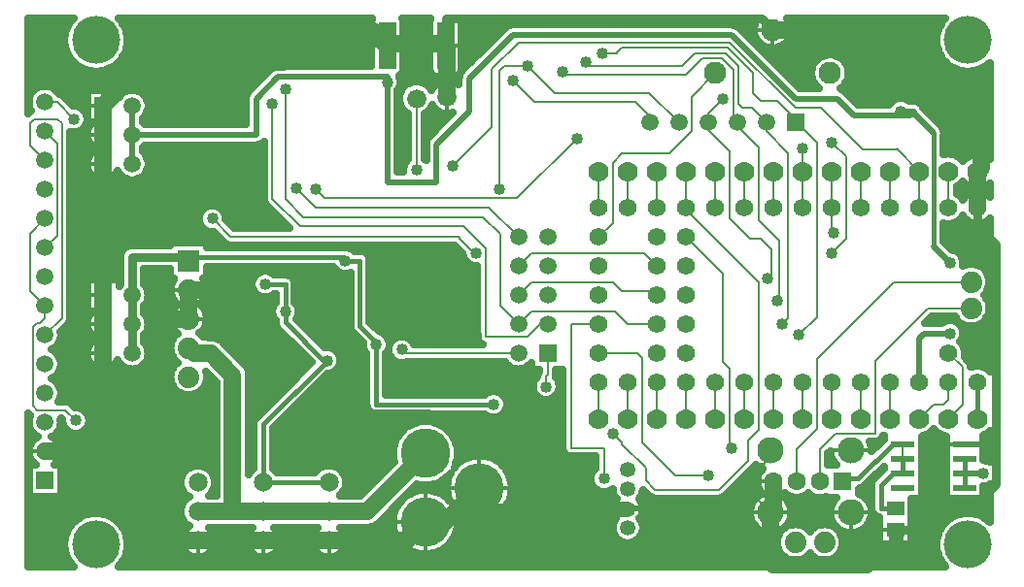
<source format=gbl>
G04 DipTrace 3.3.1.3*
G04 Teensy4.0TouchDisplayLoRaV0.2.gbl*
%MOIN*%
G04 #@! TF.FileFunction,Copper,L2,Bot*
G04 #@! TF.Part,Single*
%AMOUTLINE6*
4,1,4,
0.03,0.08,
-0.03,0.08,
-0.03,-0.08,
0.03,-0.08,
0.03,0.08,
0*%
G04 #@! TA.AperFunction,Conductor*
%ADD13C,0.02*%
%ADD14C,0.015*%
%ADD15C,0.008*%
%ADD17C,0.03*%
%ADD18C,0.06*%
%ADD19C,0.059055*%
G04 #@! TA.AperFunction,ViaPad*
%ADD21C,0.04*%
G04 #@! TA.AperFunction,Conductor*
%ADD22C,0.05315*%
%ADD23C,0.051181*%
%ADD24C,0.039*%
G04 #@! TA.AperFunction,CopperBalancing*
%ADD30C,0.025*%
%ADD31C,0.013*%
G04 #@! TA.AperFunction,ComponentPad*
%ADD32C,0.066*%
%ADD35R,0.059055X0.051181*%
G04 #@! TA.AperFunction,ComponentPad*
%ADD37C,0.17*%
%ADD38R,0.059055X0.059055*%
%ADD39C,0.059055*%
%ADD40C,0.07*%
%ADD41C,0.074*%
%ADD47R,0.07874X0.023622*%
G04 #@! TA.AperFunction,ComponentPad*
%ADD51C,0.076772*%
%ADD52C,0.065199*%
%ADD53C,0.05315*%
%ADD60C,0.06194*%
%ADD61C,0.074*%
%ADD62R,0.074X0.074*%
%ADD64R,0.062992X0.062992*%
%ADD65C,0.062992*%
%ADD66C,0.090551*%
G04 #@! TA.AperFunction,ViaPad*
%ADD68C,0.165*%
%ADD146OUTLINE6*%
%FSLAX26Y26*%
G04*
G70*
G90*
G75*
G01*
G04 Bottom*
%LPD*%
X3493700Y1068700D2*
D13*
Y1219700D1*
X3510707Y1236707D1*
X3599613D1*
Y1479183D2*
X3543369Y1535427D1*
D14*
Y1924789D1*
D13*
X3471861Y1996297D1*
X3462847Y1987283D1*
X3268398D1*
X3212154Y2043527D1*
X3068419D1*
X2849692Y2262254D1*
X2099771D1*
X1949787Y2112270D1*
Y1999781D1*
X1837298Y1887293D1*
Y1756057D1*
X1668566D1*
Y2099771D1*
X3430881Y1999781D2*
X3475346D1*
X3471861Y1996297D1*
X793700Y2018700D2*
Y1918700D1*
Y1818700D1*
X1668566Y2099771D2*
Y2118519D1*
X1293606D1*
X1218613Y2043527D1*
Y1918700D1*
X793700D1*
X3693700Y1068700D2*
D14*
Y943700D1*
X987388Y1487335D2*
Y1499834D1*
X1512333D1*
X1524831Y1487335D1*
X3649999Y756151D2*
Y706151D1*
Y806151D2*
Y756151D1*
X1631070Y1199865D2*
Y993637D1*
X2036898D1*
Y996898D1*
X2033700Y993700D1*
X1524831Y1487335D2*
X1574826D1*
Y1262359D1*
X1631070Y1206115D1*
Y1199865D1*
X793700Y1168700D2*
D17*
Y1268700D1*
Y1368700D1*
Y1499834D1*
X974889D1*
X987388Y1487335D1*
X3712102Y756162D2*
D13*
X3650010D1*
X3649999Y756151D1*
X3068419Y1962285D2*
D15*
X3074669D1*
Y1968535D1*
X3005926Y2037277D1*
X2949682D1*
X2924684Y2062275D1*
Y2131018D1*
X2837193Y2218508D1*
X2474731D1*
X2457124Y2200901D1*
Y2199760D1*
X2405989D1*
X3074669Y1962285D2*
X3143411Y1893543D1*
Y1293606D1*
X3080918Y1231112D1*
X2268503Y2137267D2*
X2281002Y2124768D1*
X2693459D1*
X2750390Y2181700D1*
X2817758D1*
X2855941Y2143516D1*
Y1962285D1*
X2868419D1*
Y1949808D1*
X2943432Y1874794D1*
Y1624821D1*
X3012175Y1556078D1*
Y1356099D1*
X3005926Y1349850D1*
X2349745Y2168514D2*
Y2156015D1*
X2680960D1*
X2724705Y2199760D1*
X2830944D1*
X2874690Y2156015D1*
Y2024779D1*
X2887188Y2012280D1*
X2918424D1*
X2968419Y1962285D1*
Y1931049D1*
X3043422Y1856046D1*
Y1287356D1*
X3024674Y1268608D1*
X2768419Y1962285D2*
Y1993501D1*
X2818445Y2043527D1*
X2768419Y1962285D2*
Y1937319D1*
X2843443Y1862296D1*
Y1631070D1*
X2912186Y1562327D1*
X2949682D1*
X2987178Y1524831D1*
Y1437340D1*
X2974679Y1424842D1*
X2668419Y1962285D2*
X2567878Y2062826D1*
X2242955D1*
X2149766Y2156015D1*
X2069700D1*
X2053700Y2140015D1*
Y1733700D1*
X2568419Y1962285D2*
Y1981086D1*
X2518477Y2031028D1*
X2174763D1*
X2099771Y2106020D1*
X3193700Y1893700D2*
X3241700Y1845700D1*
Y1561700D1*
X3193700Y1513700D1*
X3493700Y943700D2*
X3541700Y991700D1*
X3577700D1*
X3593700Y1007700D1*
Y1068700D1*
Y1668700D2*
Y1793700D1*
X3393700Y1668700D2*
Y1793700D1*
X3293700Y1668700D2*
Y1793700D1*
X2393700Y943700D2*
Y1068700D1*
X3493700Y1668700D2*
Y1793700D1*
X3415452Y1871947D1*
X3412050Y1868545D1*
X3299645D1*
X3155910Y2012280D1*
X3068419D1*
X2843443Y2237256D1*
X2118519D1*
X2025700Y2144438D1*
Y1945700D1*
X1893700Y1813700D1*
X2593700Y1793700D2*
Y1668700D1*
X493700Y1831700D2*
X441700Y1883700D1*
Y1957700D1*
X457700Y1973700D1*
X535700D1*
X551700Y1957700D1*
Y1289700D1*
X493700Y1231700D1*
X2493700Y1668700D2*
Y1793700D1*
X493700Y1531700D2*
X535700Y1573700D1*
Y1889700D1*
X493700Y1931700D1*
X2393700Y1668700D2*
Y1793700D1*
X493700Y1631700D2*
X441700Y1579700D1*
Y1383700D1*
X493700Y1331700D1*
X2493700Y1068700D2*
Y943700D1*
X493700Y1331700D2*
Y1289700D1*
X477700Y1273700D1*
X467700D1*
X451700Y1257700D1*
Y989700D1*
X467700Y973700D1*
X563621D1*
X599928Y937393D1*
X2593700Y943700D2*
Y1068700D1*
X2693700D2*
Y943700D1*
X2793700D2*
Y1068700D1*
X2893700Y943700D2*
Y1068700D1*
X2993700Y943700D2*
Y1068700D1*
X3093700Y943700D2*
Y1068700D1*
X3193700Y943700D2*
Y1068700D1*
X3293700Y943700D2*
Y1068700D1*
X3393700Y943700D2*
Y1068700D1*
X2118700Y1168700D2*
X1730978D1*
X1718561Y1181117D1*
X2213700Y1053700D2*
Y1089700D1*
X2218700Y1094700D1*
Y1168700D1*
X2593700Y1268700D2*
X2493388D1*
X2448388Y1313700D1*
X2163700D1*
X2118700Y1268700D1*
X2055127Y1332273D1*
Y1577700D1*
X1995507Y1637319D1*
X1381096D1*
X1318603Y1699813D1*
Y2074773D1*
X2218700Y1268700D2*
X2193603D1*
X2149766Y1224863D1*
X2007700D1*
Y1529700D1*
X1931327Y1606073D1*
X1368598D1*
X1274857Y1699813D1*
Y2024779D1*
X2118700Y1368700D2*
X2163700Y1413700D1*
X2441700D1*
X2474304Y1381096D1*
X2593700D1*
Y1368700D1*
X2118700Y1468700D2*
X2161700Y1511700D1*
X2550700D1*
X2593700Y1468700D1*
X1068629Y1631070D2*
X1131123Y1568577D1*
X1917855D1*
Y1563012D1*
X1967167Y1513700D1*
X1973700D1*
X2118700Y1568700D2*
X2017700Y1669700D1*
X1423708D1*
X1356099Y1737309D1*
X593700Y1973700D2*
X535700Y2031700D1*
X493700D1*
X2693700Y1568700D2*
X2818445Y1443955D1*
Y1137372D1*
X2841700Y1114117D1*
Y851645D1*
X2849692Y843653D1*
X2318498Y1906041D2*
X2114157Y1701700D1*
X1454201D1*
X1424842Y1731060D1*
X3193700Y1793700D2*
Y1668700D1*
Y1587031D1*
X3199655Y1581075D1*
X3093700Y1873700D2*
Y1793700D1*
Y1668700D1*
X2993700Y1793700D2*
Y1668700D1*
X2893700D2*
Y1793700D1*
X2793700Y1668700D2*
Y1793700D1*
X2693700D2*
Y1668700D1*
X2687075D1*
X2943432Y1412343D1*
Y906146D1*
X2905936Y868650D1*
Y799907D1*
X2805947Y699918D1*
X2587220D1*
X2555973Y731165D1*
Y774910D1*
X2474731Y856151D1*
Y862401D1*
X2443485Y893648D1*
X1243611Y724936D2*
D14*
Y924894D1*
X1462338Y1143621D1*
X1468587Y724936D2*
X1243611D1*
X1318603Y1312354D2*
Y1406094D1*
X1249860D1*
X1462338Y1143621D2*
X1449839D1*
X1318603Y1274857D1*
Y1312354D1*
X1018634Y524936D2*
D18*
X1243611D1*
X1468587D1*
X1736054D1*
X1799802Y588684D1*
X1866731D1*
X1900296Y622249D1*
X1984842Y706794D1*
X1018634Y524936D2*
X943642D1*
X724915Y743663D1*
X712417D1*
X661157Y794923D1*
X631175Y824905D1*
X560023D1*
X553228Y831700D1*
D19*
X493700D1*
X987388Y1287335D2*
D18*
Y1387335D1*
X1874794Y2049776D2*
Y2218529D1*
X1868566Y2224758D1*
X3693700Y1668700D2*
Y1793700D1*
X2990306Y2280624D2*
X3418760D1*
X3443380Y2256004D1*
X3449629D1*
X3593364Y2112270D1*
Y2081023D1*
X3705852Y1968535D1*
Y1805852D1*
X3693700Y1793700D1*
X987388Y1387335D2*
X1062390D1*
X1218613Y1231112D1*
Y1188787D1*
X1281107Y1126293D1*
D21*
Y1168619D1*
X1262359Y1187367D1*
X1900296Y622249D2*
D18*
X2378314D1*
X2389766Y633700D1*
D22*
X2493700D1*
D15*
Y643674D1*
X2649713D1*
D18*
X2705957D1*
X2724705Y624926D1*
X2787199D1*
X2812196Y599928D1*
X2849692D1*
X2887188Y562432D1*
Y524936D1*
X2937183Y474941D1*
X2993556D1*
Y443695D1*
X3312797D1*
D23*
Y449944D1*
X3412039D1*
Y562527D1*
X693700Y2018700D2*
D19*
X735792Y2060792D1*
D18*
Y2110648D1*
X853554Y2228410D1*
X899897Y2274752D1*
X1412343D1*
X1618571D1*
X1659899Y2233424D1*
X1668566Y2224758D1*
X1868566D2*
D17*
Y2318498D1*
X2952432D1*
X2990306Y2280624D1*
X3693700Y1668700D2*
Y1605726D1*
X3755847Y1543579D1*
Y856151D1*
Y718666D1*
X3680855Y643674D1*
X3587115D1*
X3512123Y568682D1*
X3530871D1*
Y556183D1*
X3493375D1*
X3487031Y562527D1*
X3412039D1*
X1799802Y588684D2*
X1866731D1*
X1984842Y706794D1*
X793700Y2273700D2*
D24*
X808264D1*
X853554Y2228410D1*
X1659899Y2233424D2*
D18*
X1859899D1*
X1868566Y2224758D1*
X1973700Y1233700D2*
D21*
X1937288Y1270112D1*
D18*
Y1318603D1*
D21*
Y1356099D1*
X1949787Y1368598D1*
X2983905Y835787D2*
D15*
X2962180D1*
Y787409D1*
X2937183D1*
Y668335D1*
X2983905Y621613D1*
D18*
Y484592D1*
X2993556Y474941D1*
X2994535Y728700D2*
Y632243D1*
X2983905Y621613D1*
X1949787Y1368598D2*
D13*
X1914431Y1403953D1*
X1901932D1*
X1768556Y1537330D1*
X1056130D1*
X987388Y1606073D1*
Y1620323D1*
Y1687314D1*
X1043632Y1743558D1*
X693700Y2018700D2*
D19*
Y1918700D1*
Y1818700D1*
Y1759172D1*
D18*
Y1569926D1*
Y1428228D1*
D19*
Y1368700D1*
Y1268700D1*
Y1168700D1*
Y1109172D1*
D18*
Y965573D1*
Y827466D1*
X661157Y794923D1*
X987388Y1287335D2*
X937372D1*
X912396Y1262359D1*
Y1231112D1*
X881149Y1199865D1*
Y931144D1*
X728129D1*
X693700Y965573D1*
X1406094Y2199760D2*
D17*
X1412343D1*
Y2274752D1*
X693700Y1569926D2*
D18*
X936990D1*
X987388Y1620323D1*
X3649999Y856151D2*
D13*
X3755847D1*
X1768556Y2043527D2*
D15*
Y1799802D1*
X3437401Y856151D2*
D14*
X3402151D1*
X3283414Y737414D1*
X3230755D1*
Y728700D1*
X3412039Y637330D2*
X3362138D1*
Y714590D1*
X3403700Y756151D1*
X3437401D1*
Y806151D1*
Y856151D2*
D15*
Y806151D1*
X2393700Y1168700D2*
X2525700D1*
X2541700Y1152700D1*
Y976663D1*
X2543474Y974889D1*
Y862401D1*
X2655962Y749913D1*
X2768451D1*
X2393700Y1268700D2*
X2299750D1*
Y843653D1*
X2412238D1*
Y737414D1*
X3671700Y1413700D2*
X3407241D1*
X3141700Y1148159D1*
Y907700D1*
X3073275Y839275D1*
Y728700D1*
X3671700Y1323700D2*
X3523469D1*
X3341700Y1141931D1*
Y893648D1*
X3207648D1*
X3152015Y838015D1*
Y728700D1*
X2793456Y2131018D2*
X2711700Y2049262D1*
Y1931700D1*
X2636046Y1856046D1*
X2474731D1*
X2441700Y1823015D1*
Y1616700D1*
X2393700Y1568700D1*
X1018634Y624936D2*
D18*
X1137713D1*
X1243611D1*
X1468587D1*
X1599834D1*
X1799802Y824905D1*
X1243611Y624936D2*
D3*
X1137713D2*
Y1093285D1*
X1062380Y1168619D1*
X1006104D1*
X987388Y1187335D1*
X3593700Y943700D2*
D15*
X3641700Y991700D1*
Y1120700D1*
X3593700Y1168700D1*
D21*
X3599613Y1236707D3*
Y1479183D3*
X3430881Y1999781D3*
X3712102Y756162D3*
X3080918Y1231112D3*
X3005926Y1349850D3*
X3024674Y1268608D3*
X2974679Y1424842D3*
X2443485Y893648D3*
X1043632Y1743558D3*
X1406094Y2199760D3*
X2768451Y749913D3*
X2412238Y737414D3*
D68*
X3661417Y511810D3*
X669291D3*
Y2244094D3*
X3661417D3*
D21*
X1262359Y1187367D3*
X793700Y2273700D3*
X1973700Y1233700D3*
X1949787Y1368598D3*
X1668566Y2099771D3*
X2033700Y993700D3*
X1631070Y1199865D3*
X1524831Y1487335D3*
X2405989Y2199760D3*
X2268503Y2137267D3*
X2349745Y2168514D3*
X2818445Y2043527D3*
X2149766Y2156015D3*
X2099771Y2106020D3*
X1893700Y1813700D3*
X599928Y937393D3*
X1718561Y1181117D3*
X2213700Y1053700D3*
X1318603Y2074773D3*
X1274857Y2024779D3*
X1973700Y1513700D3*
X1068629Y1631070D3*
X1356099Y1737309D3*
X593700Y1973700D3*
X2849692Y843653D3*
X1424842Y1731060D3*
X2318498Y1906041D3*
X3199655Y1581075D3*
X3093700Y1873700D3*
X1249860Y1406094D3*
X1318603Y1312354D3*
X1462338Y1143621D3*
X1768556Y1799802D3*
X2053700Y1733700D3*
X3193700Y1513700D3*
Y1893700D3*
X438718Y2294835D2*
D30*
X571441D1*
X767130D2*
X1610575D1*
X1726566D2*
X1810558D1*
X1926585D2*
X2083170D1*
X2866283D2*
X2925516D1*
X3055106D2*
X3563573D1*
X438718Y2269966D2*
X561932D1*
X776640D2*
X1610575D1*
X1726566D2*
X1810558D1*
X1926585D2*
X2054787D1*
X2894667D2*
X2924798D1*
X3055788D2*
X3554064D1*
X438718Y2245098D2*
X558810D1*
X779797D2*
X1610575D1*
X1726566D2*
X1810558D1*
X1926585D2*
X2029918D1*
X2919535D2*
X2934703D1*
X3045919D2*
X3550906D1*
X438718Y2220229D2*
X561465D1*
X777106D2*
X1610575D1*
X1726566D2*
X1810558D1*
X1926585D2*
X2005050D1*
X2944439D2*
X2966962D1*
X3013624D2*
X3553596D1*
X438718Y2195360D2*
X570401D1*
X768171D2*
X1610575D1*
X1726566D2*
X1810558D1*
X1926585D2*
X1980183D1*
X2969306D2*
X3562532D1*
X438718Y2170491D2*
X587768D1*
X750839D2*
X1610575D1*
X1726566D2*
X1810558D1*
X1926585D2*
X1955315D1*
X2994174D2*
X3134434D1*
X3239873D2*
X3579864D1*
X438718Y2145623D2*
X622432D1*
X716138D2*
X1268169D1*
X1726566D2*
X1810558D1*
X3019043D2*
X3122448D1*
X3251859D2*
X3614564D1*
X3708270D2*
X3734525D1*
X438718Y2120754D2*
X1243121D1*
X1711422D2*
X1827460D1*
X3043910D2*
X3121587D1*
X3252720D2*
X3734525D1*
X438718Y2095885D2*
X1218254D1*
X1716410D2*
X1739974D1*
X1797150D2*
X1836287D1*
X3068777D2*
X3131312D1*
X3243031D2*
X3734525D1*
X438718Y2071016D2*
X452701D1*
X534708D2*
X636176D1*
X751233D2*
X774151D1*
X813277D2*
X1193386D1*
X3237111D2*
X3734525D1*
X565461Y2046148D2*
X636176D1*
X843886D2*
X1180720D1*
X3262229D2*
X3734525D1*
X590329Y2021279D2*
X636176D1*
X851171D2*
X1180611D1*
X3506098D2*
X3734525D1*
X846506Y1996410D2*
X1180611D1*
X1706578D2*
X1731398D1*
X1805726D2*
X1848344D1*
X3524470D2*
X3734525D1*
X831686Y1971541D2*
X1180611D1*
X1706578D2*
X1736565D1*
X1800558D2*
X1868834D1*
X3549339D2*
X3734525D1*
X1706578Y1946672D2*
X1736565D1*
X1800558D2*
X1843966D1*
X3573812D2*
X3734525D1*
X583690Y1921804D2*
X636249D1*
X1706578D2*
X1736565D1*
X1800558D2*
X1819099D1*
X3581239D2*
X3734525D1*
X583690Y1896935D2*
X640662D1*
X1706578D2*
X1736565D1*
X3578872D2*
X3734525D1*
X583690Y1872066D2*
X661977D1*
X831686D2*
X1242871D1*
X1706578D2*
X1736565D1*
X3578872D2*
X3734525D1*
X583690Y1847197D2*
X644142D1*
X843276D2*
X1242871D1*
X1706578D2*
X1736565D1*
X3624444D2*
X3662936D1*
X583690Y1822329D2*
X636284D1*
X851099D2*
X1242871D1*
X1706578D2*
X1726518D1*
X583690Y1797460D2*
X640447D1*
X846973D2*
X1242871D1*
X1706578D2*
X1720633D1*
X583690Y1772591D2*
X661151D1*
X726222D2*
X761161D1*
X826231D2*
X1242871D1*
X583690Y1747722D2*
X1242871D1*
X3635532D2*
X3651884D1*
X583690Y1722854D2*
X1242871D1*
X3625700D2*
X3675208D1*
X3712217D2*
X3734525D1*
X583690Y1697985D2*
X1242906D1*
X583690Y1673116D2*
X1048737D1*
X1088508D2*
X1257331D1*
X583690Y1648247D2*
X1024012D1*
X1113268D2*
X1282200D1*
X583690Y1623378D2*
X1021285D1*
X1120553D2*
X1307067D1*
X3629898D2*
X3657518D1*
X583690Y1598510D2*
X1034347D1*
X1145420D2*
X1331935D1*
X3578872D2*
X3734525D1*
X583690Y1573641D2*
X1081822D1*
X3578872D2*
X3734525D1*
X583690Y1548772D2*
X922389D1*
X1052373D2*
X1106690D1*
X3582710D2*
X3734525D1*
X583690Y1523903D2*
X758613D1*
X1554393D2*
X1912756D1*
X3610485D2*
X3734525D1*
X583690Y1499035D2*
X750683D1*
X1608183D2*
X1928115D1*
X3643069D2*
X3734525D1*
X583690Y1474166D2*
X750683D1*
X1610336D2*
X1948676D1*
X3690004D2*
X3734525D1*
X583690Y1449297D2*
X750683D1*
X836709D2*
X922389D1*
X1052373D2*
X1233074D1*
X1266638D2*
X1497361D1*
X1610336D2*
X1975697D1*
X583690Y1424428D2*
X750683D1*
X836709D2*
X934590D1*
X1040172D2*
X1205730D1*
X1348525D2*
X1539310D1*
X1610336D2*
X1975697D1*
X583690Y1399560D2*
X636176D1*
X841770D2*
X923609D1*
X1051190D2*
X1202321D1*
X1354087D2*
X1539310D1*
X1610336D2*
X1975697D1*
X583690Y1374691D2*
X636176D1*
X850884D2*
X923680D1*
X1051082D2*
X1214451D1*
X1354087D2*
X1539310D1*
X1610336D2*
X1975697D1*
X583690Y1349822D2*
X636176D1*
X847905D2*
X934913D1*
X1039886D2*
X1283096D1*
X1354087D2*
X1539310D1*
X1610336D2*
X1975697D1*
X583690Y1324953D2*
X636176D1*
X836709D2*
X934985D1*
X1039814D2*
X1272367D1*
X1364817D2*
X1539310D1*
X1610336D2*
X1975697D1*
X583690Y1300085D2*
X646008D1*
X841410D2*
X923717D1*
X1051082D2*
X1272296D1*
X1364924D2*
X1539310D1*
X1610336D2*
X1975697D1*
X579886Y1275216D2*
X636571D1*
X850848D2*
X923573D1*
X1051190D2*
X1283096D1*
X1367401D2*
X1539310D1*
X1611127D2*
X1975697D1*
X3519196D2*
X3572867D1*
X3713653D2*
X3734525D1*
X556562Y1250347D2*
X639334D1*
X848085D2*
X934518D1*
X1040280D2*
X1293934D1*
X1392268D2*
X1541607D1*
X1635994D2*
X1975697D1*
X3645508D2*
X3734525D1*
X550892Y1225478D2*
X657133D1*
X836709D2*
X935378D1*
X1039384D2*
X1318801D1*
X1417136D2*
X1562527D1*
X1671161D2*
X1705956D1*
X1731195D2*
X1975697D1*
X3646190D2*
X3734525D1*
X541598Y1200609D2*
X646368D1*
X841015D2*
X923825D1*
X1111367D2*
X1343669D1*
X1442004D2*
X1583088D1*
X1762163D2*
X1988401D1*
X3642781D2*
X3734525D1*
X529182Y1175741D2*
X636607D1*
X850776D2*
X923465D1*
X1136234D2*
X1368537D1*
X1497050D2*
X1589978D1*
X3652218D2*
X3734525D1*
X547770Y1150872D2*
X639155D1*
X848264D2*
X934123D1*
X1161103D2*
X1393405D1*
X1509754D2*
X1595577D1*
X1666567D2*
X1682057D1*
X3655735D2*
X3734525D1*
X550928Y1126003D2*
X656487D1*
X730923D2*
X756497D1*
X830897D2*
X935773D1*
X1185037D2*
X1395558D1*
X1506775D2*
X1595577D1*
X1666567D2*
X2081483D1*
X3673210D2*
X3734525D1*
X541957Y1101134D2*
X923932D1*
X1195157D2*
X1370690D1*
X1481117D2*
X1595577D1*
X1666567D2*
X2184004D1*
X2250690D2*
X2267759D1*
X528464Y1076266D2*
X923393D1*
X1051405D2*
X1073749D1*
X1195730D2*
X1345822D1*
X1444157D2*
X1595577D1*
X1666567D2*
X2171697D1*
X547591Y1051397D2*
X933764D1*
X1041035D2*
X1079705D1*
X1195730D2*
X1320955D1*
X1419289D2*
X1595577D1*
X1666567D2*
X2165776D1*
X550999Y1026528D2*
X970438D1*
X1004325D2*
X1079705D1*
X1195730D2*
X1296087D1*
X1394422D2*
X1595577D1*
X2067717D2*
X2174710D1*
X2252700D2*
X2267759D1*
X575544Y1001659D2*
X1079705D1*
X1195730D2*
X1271218D1*
X1369554D2*
X1595577D1*
X2080994D2*
X2267759D1*
X625172Y976791D2*
X1079705D1*
X1195730D2*
X1246351D1*
X1344686D2*
X1600205D1*
X2078445D2*
X2267759D1*
X645554Y951922D2*
X1079705D1*
X1195730D2*
X1221483D1*
X1319818D2*
X2013161D1*
X2054224D2*
X2267759D1*
X646738Y927053D2*
X1079705D1*
X1294951D2*
X1755153D1*
X1844445D2*
X2267759D1*
X542638Y902184D2*
X568607D1*
X631237D2*
X1079705D1*
X1279125D2*
X1718336D1*
X1881298D2*
X2267759D1*
X438718Y877315D2*
X460415D1*
X526993D2*
X1079705D1*
X1279125D2*
X1700035D1*
X1899599D2*
X2267759D1*
X3504771D2*
X3582627D1*
X3717384D2*
X3734525D1*
X547159Y852447D2*
X1079705D1*
X1279125D2*
X1690275D1*
X1909323D2*
X2267759D1*
X3330768D2*
X3349272D1*
X3504771D2*
X3582627D1*
X3717384D2*
X3734525D1*
X551071Y827578D2*
X1079705D1*
X1279125D2*
X1686830D1*
X1912768D2*
X2272531D1*
X3504771D2*
X3582627D1*
X3717384D2*
X3734525D1*
X542961Y802709D2*
X1079705D1*
X1279125D2*
X1689054D1*
X1910544D2*
X1927469D1*
X2042203D2*
X2380255D1*
X3504771D2*
X3582627D1*
X3717384D2*
X3734525D1*
X551214Y777840D2*
X992112D1*
X1045161D2*
X1079705D1*
X1279125D2*
X1442064D1*
X1495112D2*
X1671758D1*
X2071986D2*
X2380255D1*
X2928075D2*
X2940767D1*
X3504771D2*
X3582627D1*
X551214Y752972D2*
X965234D1*
X1521990D2*
X1646890D1*
X2087739D2*
X2366978D1*
X2903208D2*
X2940480D1*
X3504771D2*
X3582627D1*
X551214Y728103D2*
X958129D1*
X1529095D2*
X1622023D1*
X1855606D2*
X1873930D1*
X2095777D2*
X2365184D1*
X2878340D2*
X2935025D1*
X3504771D2*
X3582627D1*
X551214Y703234D2*
X962256D1*
X1524968D2*
X1597155D1*
X1759112D2*
X1871884D1*
X2097788D2*
X2379717D1*
X2853473D2*
X2941054D1*
X3290255D2*
X3326629D1*
X3504771D2*
X3582627D1*
X3717384D2*
X3734525D1*
X551214Y678365D2*
X981382D1*
X2094128D2*
X2445708D1*
X2541710D2*
X2564592D1*
X2828604D2*
X2939116D1*
X3028695D2*
X3044041D1*
X3102508D2*
X3122771D1*
X3304285D2*
X3326629D1*
X3504771D2*
X3582627D1*
X3717384D2*
X3734525D1*
X438718Y653497D2*
X965522D1*
X2084151D2*
X2443018D1*
X2544367D2*
X2918231D1*
X3049579D2*
X3193822D1*
X3469567D2*
X3734525D1*
X438718Y628628D2*
X958166D1*
X2065456D2*
X2439357D1*
X2548027D2*
X2910982D1*
X3056829D2*
X3186573D1*
X3469567D2*
X3734525D1*
X438718Y603759D2*
X610125D1*
X728447D2*
X962041D1*
X1659641D2*
X1687834D1*
X1911764D2*
X1942432D1*
X2027275D2*
X2448579D1*
X2538804D2*
X2912920D1*
X3054890D2*
X3188511D1*
X3330481D2*
X3354511D1*
X3469567D2*
X3602255D1*
X3720578D2*
X3734525D1*
X438718Y578890D2*
X582134D1*
X756436D2*
X980700D1*
X1633302D2*
X1687225D1*
X1912373D2*
X2440146D1*
X2547272D2*
X2924978D1*
X3088048D2*
X3149361D1*
X3188020D2*
X3200569D1*
X3318424D2*
X3354511D1*
X3469567D2*
X3574266D1*
X438718Y554022D2*
X567386D1*
X771186D2*
X965844D1*
X1071428D2*
X1190802D1*
X1296422D2*
X1415796D1*
X1521380D2*
X1692392D1*
X1907242D2*
X2441222D1*
X2546161D2*
X2960431D1*
X3222756D2*
X3236022D1*
X3282970D2*
X3354511D1*
X3469567D2*
X3559518D1*
X438718Y529153D2*
X560209D1*
X778398D2*
X958201D1*
X1079071D2*
X1183159D1*
X1304065D2*
X1408153D1*
X1529023D2*
X1704197D1*
X1895401D2*
X2457335D1*
X2530085D2*
X3004569D1*
X3232804D2*
X3354511D1*
X3469567D2*
X3552305D1*
X438718Y504284D2*
X559061D1*
X779510D2*
X961826D1*
X1075447D2*
X1186819D1*
X1300405D2*
X1411777D1*
X1525398D2*
X1725980D1*
X1873619D2*
X3005394D1*
X3232015D2*
X3551192D1*
X438718Y479415D2*
X563762D1*
X774809D2*
X980019D1*
X1057254D2*
X1205012D1*
X1282212D2*
X1429970D1*
X1507205D2*
X1780846D1*
X1818752D2*
X3017595D1*
X3219814D2*
X3555893D1*
X438718Y454546D2*
X575209D1*
X763363D2*
X3567340D1*
X1823081Y2022436D2*
X1820679Y2016968D1*
X1815884Y2009141D1*
X1809922Y2002161D1*
X1802941Y1996199D1*
X1798041Y1993043D1*
X1798106Y1834401D1*
X1801800Y1830818D1*
X1801907Y1890078D1*
X1802779Y1895581D1*
X1804501Y1900878D1*
X1807029Y1905842D1*
X1810304Y1910348D1*
X1851170Y1951371D1*
X1894483Y1994683D1*
X1887579Y1992691D1*
X1880326Y1991539D1*
X1872986Y1991304D1*
X1865674Y1991991D1*
X1858506Y1993590D1*
X1851594Y1996074D1*
X1845048Y1999403D1*
X1838970Y2003528D1*
X1833459Y2008381D1*
X1828598Y2013886D1*
X1824465Y2019957D1*
X1823106Y2022396D1*
X1739070Y1993043D2*
X1734170Y1996199D1*
X1727190Y2002161D1*
X1721228Y2009141D1*
X1716432Y2016968D1*
X1712919Y2025449D1*
X1710776Y2034376D1*
X1710056Y2043527D1*
X1710776Y2052678D1*
X1712919Y2061604D1*
X1716432Y2070086D1*
X1721228Y2077913D1*
X1727190Y2084893D1*
X1734170Y2090855D1*
X1741997Y2095650D1*
X1750478Y2099163D1*
X1759405Y2101306D1*
X1768556Y2102027D1*
X1777707Y2101306D1*
X1786633Y2099163D1*
X1795115Y2095650D1*
X1802941Y2090855D1*
X1809922Y2084893D1*
X1815884Y2077913D1*
X1820233Y2070884D1*
X1823499Y2077902D1*
X1827427Y2084107D1*
X1832102Y2089771D1*
X1837449Y2094805D1*
X1843386Y2099129D1*
X1849817Y2102676D1*
X1856642Y2105389D1*
X1863754Y2107225D1*
X1871039Y2108155D1*
X1878382Y2108166D1*
X1885670Y2107256D1*
X1892787Y2105440D1*
X1899619Y2102747D1*
X1906061Y2099220D1*
X1912010Y2094913D1*
X1914285Y2092926D1*
X1914396Y2115054D1*
X1915267Y2120557D1*
X1916989Y2125855D1*
X1918161Y2128396D1*
X1914835Y2125123D1*
X1910246Y2122090D1*
X1905112Y2120112D1*
X1899674Y2119281D1*
X1836730Y2119325D1*
X1831318Y2120310D1*
X1826243Y2122432D1*
X1821742Y2125595D1*
X1818024Y2129649D1*
X1815262Y2134406D1*
X1813583Y2139646D1*
X1813108Y2143293D1*
X1813132Y2306594D1*
X1814117Y2312006D1*
X1816241Y2317081D1*
X1817190Y2318662D1*
X1811207Y2319704D1*
X1719322Y2319571D1*
X1722016Y2314775D1*
X1723619Y2309512D1*
X1724066Y2304758D1*
X1724001Y2142922D1*
X1723015Y2137510D1*
X1720892Y2132435D1*
X1717729Y2127934D1*
X1713675Y2124216D1*
X1708911Y2121451D1*
X1710603Y2117183D1*
X1712809Y2110393D1*
X1713926Y2103340D1*
Y2096201D1*
X1712809Y2089149D1*
X1710603Y2082359D1*
X1707361Y2075997D1*
X1704071Y2071372D1*
X1704066Y1791562D1*
X1723792Y1791557D1*
X1723056Y1799802D1*
X1723616Y1806920D1*
X1725283Y1813863D1*
X1728015Y1820459D1*
X1731746Y1826546D1*
X1736382Y1831976D1*
X1739061Y1834444D1*
X1739056Y1993039D1*
X3467066Y586238D2*
Y511436D1*
X3357011D1*
X3356976Y604735D1*
X3351940Y605945D1*
X3347157Y607927D1*
X3342741Y610632D1*
X3338804Y613995D1*
X3335440Y617932D1*
X3332735Y622348D1*
X3330754Y627132D1*
X3329544Y632167D1*
X3329138Y637340D1*
X3329241Y717179D1*
X3330050Y722293D1*
X3331650Y727218D1*
X3334002Y731833D1*
X3337045Y736022D1*
X3372525Y771646D1*
X3372531Y779880D1*
X3304846Y712321D1*
X3300657Y709276D1*
X3296043Y706926D1*
X3291117Y705326D1*
X3288566Y704819D1*
X3287751Y703019D1*
Y686476D1*
X3293762Y683541D1*
X3299995Y679655D1*
X3305793Y675145D1*
X3311092Y670058D1*
X3315836Y664449D1*
X3319973Y658378D1*
X3323457Y651913D1*
X3326254Y645120D1*
X3328330Y638074D1*
X3329666Y630850D1*
X3330245Y623527D1*
X3330057Y616107D1*
X3329106Y608823D1*
X3327405Y601676D1*
X3324973Y594746D1*
X3321835Y588103D1*
X3318027Y581822D1*
X3313587Y575970D1*
X3308565Y570609D1*
X3303014Y565798D1*
X3296994Y561588D1*
X3290570Y558024D1*
X3283812Y555146D1*
X3276792Y552983D1*
X3269585Y551561D1*
X3262270Y550892D1*
X3254924Y550986D1*
X3247629Y551839D1*
X3240460Y553445D1*
X3233498Y555785D1*
X3226814Y558835D1*
X3220483Y562561D1*
X3214573Y566922D1*
X3209146Y571873D1*
X3204262Y577360D1*
X3199972Y583323D1*
X3196323Y589699D1*
X3193356Y596418D1*
X3191100Y603409D1*
X3189582Y610596D1*
X3188817Y617902D1*
X3188813Y625249D1*
X3189570Y632554D1*
X3191081Y639743D1*
X3193329Y646737D1*
X3196289Y653460D1*
X3199931Y659839D1*
X3204213Y665808D1*
X3209506Y671708D1*
X3173759Y671704D1*
Y676045D1*
X3165321Y673279D1*
X3156487Y671880D1*
X3147543D1*
X3138709Y673279D1*
X3130204Y676043D1*
X3122234Y680103D1*
X3114999Y685360D1*
X3112675Y687507D1*
X3106776Y682590D1*
X3099150Y677917D1*
X3090888Y674494D1*
X3082191Y672406D1*
X3073275Y671704D1*
X3064359Y672406D1*
X3055662Y674494D1*
X3047399Y677917D1*
X3039773Y682590D1*
X3033935Y687507D1*
X3028389Y682847D1*
X3024016Y679926D1*
X3030203Y675145D1*
X3035502Y670058D1*
X3040246Y664449D1*
X3044382Y658378D1*
X3047867Y651913D1*
X3050663Y645120D1*
X3052739Y638074D1*
X3054075Y630850D1*
X3054654Y623527D1*
X3054466Y616107D1*
X3053515Y608823D1*
X3051814Y601676D1*
X3049382Y594746D1*
X3046245Y588103D1*
X3042436Y581822D1*
X3037997Y575970D1*
X3032974Y570609D1*
X3027423Y565798D1*
X3021403Y561588D1*
X3014980Y558024D1*
X3008221Y555146D1*
X3001201Y552983D1*
X2993994Y551561D1*
X2986679Y550892D1*
X2979334Y550986D1*
X2972039Y551839D1*
X2964869Y553445D1*
X2957907Y555785D1*
X2951224Y558835D1*
X2944893Y562561D1*
X2938982Y566922D1*
X2933556Y571873D1*
X2928671Y577360D1*
X2924381Y583323D1*
X2920733Y589699D1*
X2917766Y596418D1*
X2915510Y603409D1*
X2913991Y610596D1*
X2913226Y617902D1*
X2913222Y625249D1*
X2913980Y632554D1*
X2915490Y639743D1*
X2917738Y646737D1*
X2920699Y653460D1*
X2924340Y659839D1*
X2928623Y665808D1*
X2933502Y671300D1*
X2938923Y676256D1*
X2944829Y680624D1*
X2951155Y684356D1*
X2956037Y686671D1*
X2950640Y692344D1*
X2946329Y698289D1*
X2942819Y704741D1*
X2940167Y711590D1*
X2938419Y718722D1*
X2937602Y726020D1*
X2937730Y733364D1*
X2938801Y740629D1*
X2940797Y747696D1*
X2943686Y754448D1*
X2947419Y760772D1*
X2951934Y766565D1*
X2956040Y770726D1*
X2948010Y774789D1*
X2941881Y778838D1*
X2936204Y783501D1*
X2932525Y787116D1*
X2929802Y782567D1*
X2926789Y779041D1*
X2825106Y677486D1*
X2821360Y674764D1*
X2817235Y672663D1*
X2812834Y671233D1*
X2808262Y670508D1*
X2723270Y670418D1*
X2584905Y670508D1*
X2580333Y671233D1*
X2575931Y672663D1*
X2571806Y674764D1*
X2568061Y677486D1*
X2545629Y699789D1*
X2544336Y691544D1*
X2541810Y683772D1*
X2538102Y676491D1*
X2533298Y669880D1*
X2532225Y668718D1*
X2536594Y663228D1*
X2540321Y656901D1*
X2543121Y650112D1*
X2544938Y642998D1*
X2545737Y635699D1*
X2545483Y628199D1*
X2544195Y620969D1*
X2541902Y613994D1*
X2538651Y607410D1*
X2534384Y601199D1*
X2538102Y595909D1*
X2541810Y588628D1*
X2544336Y580856D1*
X2545615Y572785D1*
Y564615D1*
X2544336Y556544D1*
X2541810Y548772D1*
X2538102Y541491D1*
X2533298Y534880D1*
X2527520Y529102D1*
X2520909Y524298D1*
X2513628Y520590D1*
X2505856Y518064D1*
X2497785Y516785D1*
X2489615D1*
X2481544Y518064D1*
X2473772Y520590D1*
X2466491Y524298D1*
X2459880Y529102D1*
X2454102Y534880D1*
X2449298Y541491D1*
X2445590Y548772D1*
X2443064Y556544D1*
X2441785Y564615D1*
Y572785D1*
X2443064Y580856D1*
X2445590Y588628D1*
X2449298Y595909D1*
X2453044Y601178D1*
X2448789Y607340D1*
X2445528Y613919D1*
X2443225Y620892D1*
X2441926Y628119D1*
X2441655Y635456D1*
X2442419Y642759D1*
X2444204Y649882D1*
X2446972Y656683D1*
X2450669Y663028D1*
X2455141Y668697D1*
X2451570Y673091D1*
X2447301Y680058D1*
X2444174Y687608D1*
X2442267Y695554D1*
X2441665Y702695D1*
X2436012Y698619D1*
X2429650Y695377D1*
X2422860Y693171D1*
X2415808Y692054D1*
X2408669D1*
X2401616Y693171D1*
X2394826Y695377D1*
X2388464Y698619D1*
X2382688Y702815D1*
X2377640Y707864D1*
X2373443Y713640D1*
X2370201Y720002D1*
X2367995Y726792D1*
X2366878Y733844D1*
Y740983D1*
X2367995Y748036D1*
X2370201Y754826D1*
X2373443Y761188D1*
X2377640Y766964D1*
X2382743Y772056D1*
X2382738Y814170D1*
X2297435Y814243D1*
X2292863Y814968D1*
X2288461Y816398D1*
X2284336Y818499D1*
X2280591Y821221D1*
X2277318Y824494D1*
X2274596Y828239D1*
X2272495Y832364D1*
X2271065Y836766D1*
X2270340Y841338D1*
X2270250Y926330D1*
Y1113682D1*
X2248200Y1113582D1*
X2248109Y1092385D1*
X2247385Y1087813D1*
X2246752Y1085575D1*
X2252495Y1077474D1*
X2255737Y1071112D1*
X2257943Y1064322D1*
X2259060Y1057270D1*
Y1050130D1*
X2257943Y1043078D1*
X2255737Y1036288D1*
X2252495Y1029926D1*
X2248298Y1024150D1*
X2243250Y1019102D1*
X2237474Y1014905D1*
X2231112Y1011663D1*
X2224322Y1009457D1*
X2217270Y1008340D1*
X2210130D1*
X2203078Y1009457D1*
X2196288Y1011663D1*
X2189926Y1014905D1*
X2184150Y1019102D1*
X2179102Y1024150D1*
X2174905Y1029926D1*
X2171663Y1036288D1*
X2169457Y1043078D1*
X2168340Y1050130D1*
Y1057270D1*
X2169457Y1064322D1*
X2171663Y1071112D1*
X2174905Y1077474D1*
X2179102Y1083250D1*
X2184205Y1088342D1*
X2184564Y1094314D1*
X2185644Y1098815D1*
X2187415Y1103092D1*
X2188552Y1105121D1*
X2189200Y1113683D1*
X2163672Y1113672D1*
Y1136961D1*
X2157611Y1129789D1*
X2151044Y1124182D1*
X2143682Y1119670D1*
X2135704Y1116365D1*
X2127308Y1114350D1*
X2118700Y1113672D1*
X2110092Y1114350D1*
X2101696Y1116365D1*
X2093718Y1119670D1*
X2086356Y1124182D1*
X2079789Y1129789D1*
X2074182Y1136356D1*
X2072279Y1139204D1*
X1735973Y1139081D1*
X1729183Y1136875D1*
X1722130Y1135758D1*
X1714991D1*
X1707939Y1136875D1*
X1701149Y1139081D1*
X1694787Y1142322D1*
X1689011Y1146519D1*
X1683962Y1151567D1*
X1679766Y1157343D1*
X1676524Y1163705D1*
X1674318Y1170495D1*
X1673201Y1177548D1*
X1673113Y1182470D1*
X1669865Y1176091D1*
X1665669Y1170315D1*
X1664067Y1168583D1*
X1664070Y1026653D1*
X2002292Y1026637D1*
X2006956Y1030510D1*
X2013044Y1034241D1*
X2019640Y1036973D1*
X2026582Y1038640D1*
X2033700Y1039200D1*
X2040818Y1038640D1*
X2047760Y1036973D1*
X2054356Y1034241D1*
X2060444Y1030510D1*
X2065873Y1025873D1*
X2070510Y1020444D1*
X2074241Y1014356D1*
X2076973Y1007760D1*
X2078640Y1000818D1*
X2079200Y993700D1*
X2078640Y986582D1*
X2076973Y979640D1*
X2074241Y973044D1*
X2070510Y966956D1*
X2065873Y961527D1*
X2060444Y956890D1*
X2054356Y953159D1*
X2047760Y950427D1*
X2040818Y948760D1*
X2033700Y948200D1*
X2026582Y948760D1*
X2019640Y950427D1*
X2013044Y953159D1*
X2006956Y956890D1*
X2002480Y960646D1*
X1628481Y960738D1*
X1623367Y961549D1*
X1618441Y963149D1*
X1613827Y965499D1*
X1609638Y968544D1*
X1605977Y972205D1*
X1602932Y976394D1*
X1600582Y981008D1*
X1598982Y985934D1*
X1598171Y991048D1*
X1598070Y1057941D1*
Y1168573D1*
X1594260Y1173121D1*
X1590529Y1179209D1*
X1587797Y1185805D1*
X1586130Y1192747D1*
X1585570Y1199865D1*
X1585856Y1204669D1*
X1549733Y1240927D1*
X1546690Y1245116D1*
X1544338Y1249730D1*
X1542738Y1254655D1*
X1541928Y1259770D1*
X1541826Y1326663D1*
Y1445117D1*
X1535453Y1443092D1*
X1528401Y1441976D1*
X1521262D1*
X1514209Y1443092D1*
X1507419Y1445298D1*
X1501057Y1448540D1*
X1495281Y1452737D1*
X1490233Y1457785D1*
X1486036Y1463561D1*
X1484214Y1466843D1*
X1049893Y1466834D1*
X1049888Y1424835D1*
X1037553Y1424615D1*
X1041579Y1418472D1*
X1044857Y1411899D1*
X1047343Y1404987D1*
X1049001Y1397833D1*
X1049806Y1390532D1*
X1049780Y1383663D1*
X1048918Y1376368D1*
X1047207Y1369226D1*
X1044669Y1362334D1*
X1041340Y1355787D1*
X1037267Y1349675D1*
X1032504Y1344083D1*
X1027119Y1339088D1*
X1024886Y1337342D1*
X1030233Y1332838D1*
X1035275Y1327498D1*
X1039657Y1321603D1*
X1043315Y1315234D1*
X1046203Y1308480D1*
X1048276Y1301434D1*
X1049510Y1294193D1*
X1049888Y1287335D1*
X1049456Y1280003D1*
X1048167Y1272772D1*
X1046039Y1265742D1*
X1043102Y1259011D1*
X1039393Y1252670D1*
X1034968Y1246809D1*
X1029885Y1241507D1*
X1024886Y1237342D1*
X1031582Y1231529D1*
X1037915Y1224117D1*
X1066734Y1223948D1*
X1075336Y1222586D1*
X1083619Y1219894D1*
X1091378Y1215940D1*
X1098424Y1210821D1*
X1114616Y1194872D1*
X1179915Y1129330D1*
X1185035Y1122284D1*
X1188989Y1114524D1*
X1191680Y1106242D1*
X1193043Y1097640D1*
X1193213Y1074913D1*
Y753856D1*
X1196607Y759086D1*
X1202528Y766019D1*
X1209461Y771940D1*
X1210602Y772703D1*
X1210712Y927483D1*
X1211523Y932598D1*
X1213123Y937523D1*
X1215473Y942137D1*
X1218518Y946326D1*
X1265746Y993699D1*
X1409439Y1137392D1*
X1293510Y1253426D1*
X1290465Y1257615D1*
X1288115Y1262229D1*
X1286515Y1267154D1*
X1285704Y1272268D1*
X1285603Y1280994D1*
X1281793Y1285609D1*
X1278062Y1291697D1*
X1275330Y1298293D1*
X1273663Y1305235D1*
X1273103Y1312354D1*
X1273663Y1319472D1*
X1275330Y1326414D1*
X1278062Y1333010D1*
X1281793Y1339098D1*
X1285606Y1343636D1*
X1285603Y1373106D1*
X1281175Y1373094D1*
X1276604Y1369284D1*
X1270516Y1365553D1*
X1263920Y1362821D1*
X1256978Y1361154D1*
X1249860Y1360594D1*
X1242742Y1361154D1*
X1235800Y1362821D1*
X1229204Y1365553D1*
X1223116Y1369284D1*
X1217687Y1373920D1*
X1213050Y1379350D1*
X1209319Y1385438D1*
X1206587Y1392033D1*
X1204920Y1398976D1*
X1204360Y1406094D1*
X1204920Y1413212D1*
X1206587Y1420154D1*
X1209319Y1426750D1*
X1213050Y1432838D1*
X1217687Y1438267D1*
X1223116Y1442903D1*
X1229204Y1446634D1*
X1235800Y1449367D1*
X1242742Y1451033D1*
X1249860Y1451594D1*
X1256978Y1451033D1*
X1263920Y1449367D1*
X1270516Y1446634D1*
X1276604Y1442903D1*
X1281142Y1439091D1*
X1321192Y1438993D1*
X1326306Y1438182D1*
X1331231Y1436582D1*
X1335846Y1434231D1*
X1340035Y1431187D1*
X1343696Y1427525D1*
X1346741Y1423336D1*
X1349091Y1418722D1*
X1350691Y1413797D1*
X1351502Y1408683D1*
X1351603Y1343691D1*
X1355413Y1339098D1*
X1359144Y1333010D1*
X1361876Y1326414D1*
X1363543Y1319472D1*
X1364103Y1312354D1*
X1363543Y1305235D1*
X1361876Y1298293D1*
X1359144Y1291697D1*
X1355024Y1285116D1*
X1452137Y1187993D1*
X1458768Y1188981D1*
X1465907D1*
X1472960Y1187864D1*
X1479750Y1185658D1*
X1486112Y1182417D1*
X1491888Y1178220D1*
X1496936Y1173171D1*
X1501133Y1167396D1*
X1504375Y1161033D1*
X1506581Y1154243D1*
X1507697Y1147191D1*
Y1140052D1*
X1506581Y1132999D1*
X1504375Y1126209D1*
X1501133Y1119847D1*
X1496936Y1114071D1*
X1491888Y1109023D1*
X1486112Y1104826D1*
X1479750Y1101585D1*
X1472960Y1099378D1*
X1465907Y1098262D1*
X1463550Y1098169D1*
X1276616Y911230D1*
X1276611Y772781D1*
X1281343Y769116D1*
X1287791Y762669D1*
X1291377Y757945D1*
X1420771Y757936D1*
X1424407Y762669D1*
X1430855Y769116D1*
X1438230Y774474D1*
X1446354Y778613D1*
X1455024Y781431D1*
X1464028Y782857D1*
X1473146D1*
X1482150Y781431D1*
X1490821Y778613D1*
X1498944Y774474D1*
X1506319Y769116D1*
X1512767Y762669D1*
X1518125Y755293D1*
X1522264Y747170D1*
X1525082Y738499D1*
X1526508Y729495D1*
Y720377D1*
X1525082Y711373D1*
X1522264Y702703D1*
X1518125Y694579D1*
X1512767Y687204D1*
X1506319Y680756D1*
X1505914Y680438D1*
X1576850Y680436D1*
X1693016Y796607D1*
X1690663Y807619D1*
X1689644Y816235D1*
X1689302Y824905D1*
X1689644Y833574D1*
X1690663Y842191D1*
X1692355Y850700D1*
X1694710Y859052D1*
X1697713Y867191D1*
X1701346Y875070D1*
X1705586Y882641D1*
X1710406Y889855D1*
X1715777Y896669D1*
X1721667Y903040D1*
X1728039Y908930D1*
X1734852Y914301D1*
X1742066Y919121D1*
X1749637Y923361D1*
X1757516Y926994D1*
X1765655Y929997D1*
X1774007Y932352D1*
X1782516Y934044D1*
X1791133Y935064D1*
X1799802Y935405D1*
X1808472Y935064D1*
X1817088Y934044D1*
X1825598Y932352D1*
X1833949Y929997D1*
X1842088Y926994D1*
X1849968Y923361D1*
X1857539Y919121D1*
X1864752Y914301D1*
X1871566Y908930D1*
X1877938Y903040D1*
X1883827Y896669D1*
X1889199Y889855D1*
X1894019Y882641D1*
X1898259Y875070D1*
X1901892Y867191D1*
X1904894Y859052D1*
X1907250Y850700D1*
X1908941Y842191D1*
X1909961Y833574D1*
X1910302Y824905D1*
X1909961Y816235D1*
X1908941Y807619D1*
X1907250Y799109D1*
X1904894Y790758D1*
X1901892Y782619D1*
X1899039Y776431D1*
X1906469Y784691D1*
X1914616Y792109D1*
X1923462Y798679D1*
X1932919Y804336D1*
X1942892Y809022D1*
X1953283Y812692D1*
X1963986Y815309D1*
X1974897Y816846D1*
X1985907Y817289D1*
X1996907Y816634D1*
X2007787Y814886D1*
X2018438Y812064D1*
X2028755Y808193D1*
X2038636Y803317D1*
X2047982Y797478D1*
X2056700Y790739D1*
X2064703Y783165D1*
X2071911Y774831D1*
X2078255Y765822D1*
X2083670Y756225D1*
X2088102Y746136D1*
X2091506Y735655D1*
X2093850Y724889D1*
X2095111Y713943D1*
X2095280Y703121D1*
X2094365Y692140D1*
X2092361Y681305D1*
X2089288Y670722D1*
X2085176Y660499D1*
X2080066Y650737D1*
X2074010Y641532D1*
X2067066Y632976D1*
X2059306Y625153D1*
X2050805Y618142D1*
X2041648Y612014D1*
X2031924Y606827D1*
X2021734Y602636D1*
X2011178Y599478D1*
X2000357Y597389D1*
X1989385Y596388D1*
X1978365Y596485D1*
X1967411Y597678D1*
X1956630Y599956D1*
X1946130Y603297D1*
X1936015Y607667D1*
X1926385Y613023D1*
X1917336Y619312D1*
X1908960Y626469D1*
X1901336Y634427D1*
X1899439Y636464D1*
X1903701Y626304D1*
X1906932Y615768D1*
X1909096Y604964D1*
X1910175Y593998D1*
X1910165Y583175D1*
X1909067Y572210D1*
X1906884Y561410D1*
X1903634Y550881D1*
X1899354Y540728D1*
X1894082Y531050D1*
X1887873Y521948D1*
X1880789Y513508D1*
X1872898Y505815D1*
X1864281Y498948D1*
X1855024Y492972D1*
X1845217Y487948D1*
X1834959Y483926D1*
X1824350Y480945D1*
X1813498Y479036D1*
X1802508Y478217D1*
X1791494Y478497D1*
X1780561Y479872D1*
X1769819Y482330D1*
X1759376Y485844D1*
X1749334Y490382D1*
X1739794Y495898D1*
X1730852Y502335D1*
X1722595Y509632D1*
X1715106Y517714D1*
X1708459Y526503D1*
X1702720Y535910D1*
X1697945Y545842D1*
X1694186Y556199D1*
X1691476Y566880D1*
X1689842Y577776D1*
X1689302Y588783D1*
X1689861Y599787D1*
X1691514Y610682D1*
X1694243Y621357D1*
X1698023Y631708D1*
X1702813Y641632D1*
X1708569Y651028D1*
X1715231Y659804D1*
X1722735Y667873D1*
X1731006Y675155D1*
X1739960Y681577D1*
X1749508Y687075D1*
X1759558Y691595D1*
X1770008Y695091D1*
X1780754Y697529D1*
X1791690Y698886D1*
X1802705Y699146D1*
X1813692Y698308D1*
X1824541Y696380D1*
X1835144Y693380D1*
X1845396Y689339D1*
X1855193Y684298D1*
X1864441Y678306D1*
X1873046Y671423D1*
X1880922Y663717D1*
X1885249Y658926D1*
X1880976Y669083D1*
X1877737Y679615D1*
X1875562Y690418D1*
X1874474Y701382D1*
X1874483Y712402D1*
X1875591Y723365D1*
X1877785Y734163D1*
X1881043Y744690D1*
X1885334Y754839D1*
X1877938Y746770D1*
X1871566Y740880D1*
X1864752Y735508D1*
X1857539Y730688D1*
X1849968Y726448D1*
X1842088Y722815D1*
X1833949Y719813D1*
X1825598Y717457D1*
X1817088Y715766D1*
X1808472Y714746D1*
X1799802Y714405D1*
X1791133Y714746D1*
X1782516Y715766D1*
X1771560Y718148D1*
X1635878Y582734D1*
X1628833Y577615D1*
X1621073Y573661D1*
X1612791Y570969D1*
X1604188Y569607D1*
X1581461Y569436D1*
X1505924D1*
X1511129Y564506D1*
X1515781Y558823D1*
X1519679Y552599D1*
X1522760Y545932D1*
X1524977Y538930D1*
X1526292Y531704D1*
X1526687Y524936D1*
X1526222Y517607D1*
X1524838Y510394D1*
X1522553Y503414D1*
X1519407Y496779D1*
X1515449Y490592D1*
X1510742Y484955D1*
X1505361Y479956D1*
X1499393Y475676D1*
X1492932Y472183D1*
X1486083Y469533D1*
X1478955Y467770D1*
X1471659Y466918D1*
X1464315Y466994D1*
X1457040Y467995D1*
X1449949Y469907D1*
X1443155Y472697D1*
X1436770Y476323D1*
X1430890Y480726D1*
X1425615Y485835D1*
X1421025Y491569D1*
X1417196Y497835D1*
X1414187Y504535D1*
X1412048Y511561D1*
X1410813Y518800D1*
X1410499Y526137D1*
X1411116Y533456D1*
X1412649Y540638D1*
X1415077Y547569D1*
X1418360Y554140D1*
X1422445Y560242D1*
X1427268Y565781D1*
X1431230Y569431D1*
X1280949Y569436D1*
X1286153Y564506D1*
X1290805Y558823D1*
X1294703Y552599D1*
X1297784Y545932D1*
X1300001Y538930D1*
X1301315Y531704D1*
X1301710Y524936D1*
X1301246Y517607D1*
X1299861Y510394D1*
X1297577Y503414D1*
X1294431Y496779D1*
X1290473Y490592D1*
X1285766Y484955D1*
X1280385Y479956D1*
X1274417Y475676D1*
X1267956Y472183D1*
X1261107Y469533D1*
X1253978Y467770D1*
X1246683Y466918D1*
X1239339Y466994D1*
X1232064Y467995D1*
X1224973Y469907D1*
X1218179Y472697D1*
X1211793Y476323D1*
X1205914Y480726D1*
X1200638Y485835D1*
X1196049Y491569D1*
X1192220Y497835D1*
X1189210Y504535D1*
X1187071Y511561D1*
X1185836Y518800D1*
X1185523Y526137D1*
X1186140Y533456D1*
X1187672Y540638D1*
X1190100Y547569D1*
X1193384Y554140D1*
X1197469Y560242D1*
X1202292Y565781D1*
X1206254Y569431D1*
X1056004Y569436D1*
X1061176Y564506D1*
X1065829Y558823D1*
X1069726Y552599D1*
X1072808Y545932D1*
X1075024Y538930D1*
X1076339Y531704D1*
X1076734Y524936D1*
X1076270Y517607D1*
X1074885Y510394D1*
X1072600Y503414D1*
X1069455Y496779D1*
X1065497Y490592D1*
X1060789Y484955D1*
X1055409Y479956D1*
X1049440Y475676D1*
X1042980Y472183D1*
X1036130Y469533D1*
X1029002Y467770D1*
X1021707Y466918D1*
X1014363Y466994D1*
X1007087Y467995D1*
X999997Y469907D1*
X993203Y472697D1*
X986817Y476323D1*
X980938Y480726D1*
X975662Y485835D1*
X971073Y491569D1*
X967243Y497835D1*
X964234Y504535D1*
X962095Y511561D1*
X960860Y518800D1*
X960546Y526137D1*
X961163Y533456D1*
X962696Y540638D1*
X965124Y547569D1*
X968407Y554140D1*
X972493Y560242D1*
X977315Y565781D1*
X982798Y570667D1*
X989046Y574934D1*
X984485Y577932D1*
X977552Y583854D1*
X971630Y590787D1*
X966867Y598560D1*
X963378Y606982D1*
X961250Y615847D1*
X960535Y624936D1*
X961250Y634025D1*
X963378Y642890D1*
X966867Y651313D1*
X971630Y659086D1*
X977552Y666019D1*
X984485Y671940D1*
X989070Y674918D1*
X984485Y677932D1*
X977552Y683854D1*
X971630Y690787D1*
X966867Y698560D1*
X963378Y706982D1*
X961250Y715847D1*
X960535Y724936D1*
X961250Y734025D1*
X963378Y742890D1*
X966867Y751313D1*
X971630Y759086D1*
X977552Y766019D1*
X984485Y771940D1*
X992258Y776704D1*
X1000680Y780192D1*
X1009545Y782321D1*
X1018634Y783036D1*
X1027724Y782321D1*
X1036588Y780192D1*
X1045011Y776704D1*
X1052784Y771940D1*
X1059717Y766019D1*
X1065638Y759086D1*
X1070402Y751313D1*
X1073890Y742890D1*
X1076019Y734025D1*
X1076734Y724936D1*
X1076019Y715847D1*
X1073890Y706982D1*
X1070402Y698560D1*
X1065638Y690787D1*
X1059717Y683854D1*
X1055961Y680438D1*
X1082186Y680436D1*
X1082213Y1070294D1*
X1047289Y1105220D1*
X1049119Y1097112D1*
X1049888Y1087335D1*
X1049119Y1077558D1*
X1046829Y1068022D1*
X1043075Y1058961D1*
X1037951Y1050599D1*
X1031582Y1043141D1*
X1024124Y1036772D1*
X1015762Y1031648D1*
X1006701Y1027894D1*
X997165Y1025604D1*
X987388Y1024835D1*
X977611Y1025604D1*
X968074Y1027894D1*
X959014Y1031648D1*
X950651Y1036772D1*
X943193Y1043141D1*
X936825Y1050599D1*
X931700Y1058961D1*
X927947Y1068022D1*
X925657Y1077558D1*
X924888Y1087335D1*
X925657Y1097112D1*
X927947Y1106649D1*
X931700Y1115709D1*
X936825Y1124071D1*
X943193Y1131529D1*
X949914Y1137317D1*
X943193Y1143141D1*
X936825Y1150599D1*
X931700Y1158961D1*
X927947Y1168022D1*
X925657Y1177558D1*
X924888Y1187335D1*
X925657Y1197112D1*
X927947Y1206649D1*
X931700Y1215709D1*
X936825Y1224071D1*
X943193Y1231529D1*
X949914Y1237317D1*
X944716Y1241669D1*
X939654Y1246990D1*
X935250Y1252869D1*
X931566Y1259224D1*
X928654Y1265966D1*
X926553Y1273004D1*
X925292Y1280239D1*
X924888Y1287574D1*
X925348Y1294903D1*
X926665Y1302130D1*
X928819Y1309151D1*
X931783Y1315872D1*
X935515Y1322199D1*
X939962Y1328043D1*
X945066Y1333326D1*
X949896Y1337334D1*
X944716Y1341669D1*
X939654Y1346990D1*
X935250Y1352869D1*
X931566Y1359224D1*
X928654Y1365966D1*
X926553Y1373004D1*
X925292Y1380239D1*
X924888Y1387574D1*
X925348Y1394903D1*
X926665Y1402130D1*
X928819Y1409151D1*
X931783Y1415872D1*
X935515Y1422199D1*
X937393Y1424834D1*
X924888Y1424835D1*
Y1459319D1*
X834187Y1459334D1*
X834200Y1405924D1*
X838218Y1401044D1*
X842730Y1393682D1*
X846035Y1385704D1*
X848050Y1377308D1*
X848728Y1368700D1*
X848050Y1360092D1*
X846035Y1351696D1*
X842730Y1343718D1*
X838218Y1336356D1*
X834203Y1331512D1*
X834200Y1305939D1*
X838218Y1301044D1*
X842730Y1293682D1*
X846035Y1285704D1*
X848050Y1277308D1*
X848728Y1268700D1*
X848050Y1260092D1*
X846035Y1251696D1*
X842730Y1243718D1*
X838218Y1236356D1*
X834203Y1231512D1*
X834200Y1205939D1*
X838218Y1201044D1*
X842730Y1193682D1*
X846035Y1185704D1*
X848050Y1177308D1*
X848728Y1168700D1*
X848050Y1160092D1*
X846035Y1151696D1*
X842730Y1143718D1*
X838218Y1136356D1*
X832611Y1129789D1*
X826044Y1124182D1*
X818682Y1119670D1*
X810704Y1116365D1*
X802308Y1114350D1*
X793700Y1113672D1*
X785092Y1114350D1*
X776696Y1116365D1*
X768718Y1119670D1*
X761356Y1124182D1*
X754789Y1129789D1*
X749182Y1136356D1*
X744670Y1143718D1*
X743625Y1145558D1*
X740099Y1139117D1*
X735746Y1133201D1*
X730645Y1127919D1*
X724886Y1123363D1*
X718571Y1119613D1*
X711814Y1116739D1*
X704734Y1114791D1*
X697457Y1113801D1*
X690113Y1113789D1*
X682834Y1114756D1*
X675747Y1116683D1*
X668981Y1119537D1*
X662655Y1123266D1*
X656881Y1127805D1*
X651764Y1133071D1*
X647393Y1138973D1*
X643847Y1145403D1*
X641190Y1152250D1*
X639466Y1159388D1*
X638709Y1166692D1*
X638931Y1174032D1*
X640129Y1181277D1*
X642281Y1188300D1*
X645348Y1194972D1*
X649277Y1201176D1*
X653998Y1206801D1*
X659424Y1211749D1*
X665462Y1215930D1*
X670636Y1218739D1*
X664188Y1222255D1*
X658267Y1226599D1*
X652977Y1231691D1*
X648411Y1237444D1*
X644653Y1243752D1*
X641767Y1250506D1*
X639808Y1257583D1*
X638806Y1264857D1*
X638784Y1272201D1*
X639739Y1279482D1*
X641655Y1286571D1*
X644499Y1293343D1*
X648218Y1299675D1*
X652747Y1305455D1*
X658007Y1310581D1*
X661994Y1313669D1*
X638672Y1313672D1*
Y1423728D1*
X748728D1*
Y1400410D1*
X753197Y1405888D1*
X753325Y1503011D1*
X754319Y1509288D1*
X756283Y1515333D1*
X759169Y1520995D1*
X762903Y1526137D1*
X767397Y1530630D1*
X772539Y1534365D1*
X778201Y1537251D1*
X784246Y1539214D1*
X790523Y1540209D1*
X830445Y1540334D1*
X924856D1*
X924888Y1549835D1*
X1049888D1*
Y1532861D1*
X1514922Y1532733D1*
X1517504Y1532426D1*
X1524831Y1532835D1*
X1531949Y1532275D1*
X1538892Y1530608D1*
X1545487Y1527876D1*
X1551575Y1524145D1*
X1556113Y1520333D1*
X1577415Y1520234D1*
X1582529Y1519423D1*
X1587455Y1517823D1*
X1592069Y1515473D1*
X1596258Y1512428D1*
X1599919Y1508767D1*
X1602964Y1504578D1*
X1605314Y1499964D1*
X1606914Y1495039D1*
X1607725Y1489924D1*
X1607826Y1423031D1*
Y1276014D1*
X1639241Y1244613D1*
X1645130Y1243138D1*
X1651726Y1240406D1*
X1657814Y1236675D1*
X1663243Y1232039D1*
X1667880Y1226609D1*
X1671611Y1220522D1*
X1674343Y1213926D1*
X1676010Y1206983D1*
X1676570Y1199865D1*
X1676518Y1198512D1*
X1679766Y1204892D1*
X1683962Y1210667D1*
X1689011Y1215716D1*
X1694787Y1219913D1*
X1701149Y1223154D1*
X1707939Y1225360D1*
X1714991Y1226477D1*
X1722130D1*
X1729183Y1225360D1*
X1735973Y1223154D1*
X1742335Y1219913D1*
X1748111Y1215716D1*
X1753159Y1210667D1*
X1757356Y1204892D1*
X1760718Y1198203D1*
X1995050Y1198200D1*
X1990360Y1200997D1*
X1986840Y1204003D1*
X1983834Y1207523D1*
X1981415Y1211470D1*
X1979644Y1215747D1*
X1978564Y1220247D1*
X1978200Y1224863D1*
Y1468409D1*
X1970130Y1468340D1*
X1963078Y1469457D1*
X1956288Y1471663D1*
X1949926Y1474905D1*
X1944150Y1479102D1*
X1939102Y1484150D1*
X1934905Y1489926D1*
X1931663Y1496288D1*
X1929457Y1503078D1*
X1928313Y1510842D1*
X1900071Y1539075D1*
X1128808Y1539167D1*
X1124235Y1539892D1*
X1119834Y1541322D1*
X1115709Y1543423D1*
X1111964Y1546145D1*
X1072277Y1585701D1*
X1065060Y1585710D1*
X1058007Y1586827D1*
X1051217Y1589033D1*
X1044855Y1592275D1*
X1039079Y1596472D1*
X1034031Y1601520D1*
X1029834Y1607296D1*
X1026592Y1613658D1*
X1024386Y1620448D1*
X1023270Y1627501D1*
Y1634640D1*
X1024386Y1641692D1*
X1026592Y1648482D1*
X1029834Y1654844D1*
X1034031Y1660620D1*
X1039079Y1665669D1*
X1044855Y1669865D1*
X1051217Y1673107D1*
X1058007Y1675313D1*
X1065060Y1676430D1*
X1072199D1*
X1079251Y1675313D1*
X1086041Y1673107D1*
X1092403Y1669865D1*
X1098179Y1665669D1*
X1103228Y1660620D1*
X1107424Y1654844D1*
X1110666Y1648482D1*
X1112872Y1641692D1*
X1113989Y1634640D1*
X1113981Y1627431D1*
X1143357Y1598061D1*
X1334746Y1598204D1*
X1252426Y1680654D1*
X1249704Y1684399D1*
X1247603Y1688524D1*
X1246172Y1692926D1*
X1245448Y1697498D1*
X1245357Y1782490D1*
Y1895346D1*
X1241669Y1891705D1*
X1237162Y1888431D1*
X1232199Y1885902D1*
X1226901Y1884180D1*
X1221398Y1883309D1*
X1163495Y1883200D1*
X835766D1*
X829212Y1876679D1*
X829200Y1860747D1*
X835544Y1854438D1*
X840619Y1847452D1*
X844539Y1839758D1*
X847207Y1831546D1*
X848558Y1823018D1*
Y1814382D1*
X847207Y1805854D1*
X844539Y1797642D1*
X840619Y1789948D1*
X835544Y1782962D1*
X829438Y1776856D1*
X822452Y1771781D1*
X814758Y1767861D1*
X806546Y1765193D1*
X798018Y1763842D1*
X789382D1*
X780854Y1765193D1*
X772642Y1767861D1*
X764948Y1771781D1*
X757962Y1776856D1*
X751856Y1782962D1*
X746781Y1789948D1*
X743730Y1795756D1*
X740099Y1789117D1*
X735746Y1783201D1*
X730645Y1777919D1*
X724886Y1773363D1*
X718571Y1769613D1*
X711814Y1766739D1*
X704734Y1764791D1*
X697457Y1763801D1*
X690113Y1763789D1*
X682834Y1764756D1*
X675747Y1766683D1*
X668981Y1769537D1*
X662655Y1773266D1*
X656881Y1777805D1*
X651764Y1783071D1*
X647393Y1788973D1*
X643847Y1795403D1*
X641190Y1802250D1*
X639466Y1809388D1*
X638709Y1816692D1*
X638931Y1824032D1*
X640129Y1831277D1*
X642281Y1838300D1*
X645348Y1844972D1*
X649277Y1851176D1*
X653998Y1856801D1*
X659424Y1861749D1*
X665462Y1865930D1*
X670636Y1868739D1*
X664188Y1872255D1*
X658267Y1876599D1*
X652977Y1881691D1*
X648411Y1887444D1*
X644653Y1893752D1*
X641767Y1900506D1*
X639808Y1907583D1*
X638806Y1914857D1*
X638784Y1922201D1*
X639739Y1929482D1*
X641655Y1936571D1*
X644499Y1943343D1*
X648218Y1949675D1*
X652747Y1955455D1*
X658007Y1960581D1*
X661994Y1963669D1*
X638672Y1963672D1*
X638640Y1966582D1*
X636973Y1959640D1*
X634241Y1953044D1*
X630510Y1946956D1*
X625873Y1941527D1*
X620444Y1936890D1*
X614356Y1933159D1*
X607760Y1930427D1*
X600818Y1928760D1*
X593700Y1928200D1*
X586582Y1928760D1*
X581212Y1929983D1*
X581109Y1287385D1*
X580385Y1282813D1*
X578955Y1278411D1*
X576854Y1274287D1*
X574132Y1270541D1*
X547414Y1243695D1*
X548558Y1236018D1*
Y1227382D1*
X547207Y1218854D1*
X544539Y1210642D1*
X540619Y1202948D1*
X535544Y1195962D1*
X529438Y1189856D1*
X522452Y1184781D1*
X516644Y1181730D1*
X522452Y1178619D1*
X529438Y1173544D1*
X535544Y1167438D1*
X540619Y1160452D1*
X544539Y1152758D1*
X547207Y1144546D1*
X548558Y1136018D1*
Y1127382D1*
X547207Y1118854D1*
X544539Y1110642D1*
X540619Y1102948D1*
X535544Y1095962D1*
X529438Y1089856D1*
X522452Y1084781D1*
X516644Y1081730D1*
X522452Y1078619D1*
X529438Y1073544D1*
X535544Y1067438D1*
X540619Y1060452D1*
X544539Y1052758D1*
X547207Y1044546D1*
X548558Y1036018D1*
Y1027382D1*
X547207Y1018854D1*
X544539Y1010642D1*
X540759Y1003199D1*
X565936Y1003109D1*
X570508Y1002385D1*
X574910Y1000955D1*
X579035Y998854D1*
X582780Y996132D1*
X596359Y982752D1*
X603498D1*
X610550Y981636D1*
X617340Y979430D1*
X623703Y976188D1*
X629478Y971991D1*
X634527Y966943D1*
X638724Y961167D1*
X641965Y954805D1*
X644171Y948015D1*
X645288Y940962D1*
Y933823D1*
X644171Y926771D1*
X641965Y919981D1*
X638724Y913619D1*
X634527Y907843D1*
X629478Y902794D1*
X623703Y898598D1*
X617340Y895356D1*
X610550Y893150D1*
X603498Y892033D1*
X596359D1*
X589306Y893150D1*
X582516Y895356D1*
X576154Y898598D1*
X570378Y902794D1*
X565330Y907843D1*
X561133Y913619D1*
X557892Y919981D1*
X555686Y926771D1*
X554569Y933823D1*
X554577Y941032D1*
X551385Y944216D1*
X548050Y940308D1*
X548728Y931700D1*
X548050Y923092D1*
X546035Y914696D1*
X542730Y906718D1*
X538218Y899356D1*
X532611Y892789D1*
X526044Y887182D1*
X518682Y882670D1*
X516644Y881730D1*
X523067Y878237D1*
X529002Y873911D1*
X534309Y868835D1*
X538892Y863096D1*
X542670Y856800D1*
X545575Y850056D1*
X547558Y842985D1*
X548581Y835713D1*
X548606Y828028D1*
X547627Y820750D1*
X545688Y813667D1*
X542825Y806905D1*
X539086Y800585D1*
X534539Y794818D1*
X529263Y789709D1*
X525394Y786725D1*
X548728Y786728D1*
Y676672D1*
X438672D1*
Y786728D1*
X461961D1*
X455537Y792057D1*
X450598Y797491D1*
X446427Y803535D1*
X443098Y810081D1*
X440669Y817011D1*
X439186Y824204D1*
X438672Y831529D1*
X439140Y838857D1*
X440579Y846060D1*
X442964Y853004D1*
X446252Y859571D1*
X450386Y865641D1*
X455292Y871106D1*
X460881Y875869D1*
X467054Y879846D1*
X470726Y881696D1*
X464948Y884781D1*
X457962Y889856D1*
X451856Y895962D1*
X446781Y902948D1*
X442861Y910642D1*
X440193Y918854D1*
X438842Y927382D1*
Y936018D1*
X440193Y944546D1*
X442861Y952758D1*
X444140Y955532D1*
X436200Y963438D1*
Y436191D1*
X592176Y436200D1*
X587167Y441670D1*
X581917Y448330D1*
X577205Y455380D1*
X573062Y462779D1*
X569511Y470481D1*
X566577Y478436D1*
X564275Y486598D1*
X562620Y494915D1*
X561624Y503336D1*
X561291Y511810D1*
X561624Y520284D1*
X562620Y528705D1*
X564275Y537023D1*
X566577Y545184D1*
X569511Y553140D1*
X573062Y560842D1*
X577205Y568241D1*
X581917Y575291D1*
X587167Y581951D1*
X592923Y588178D1*
X599150Y593934D1*
X605810Y599184D1*
X612860Y603896D1*
X620259Y608039D1*
X627961Y611590D1*
X635917Y614524D1*
X644078Y616826D1*
X652396Y618481D1*
X660817Y619477D1*
X669291Y619810D1*
X677764Y619477D1*
X686186Y618481D1*
X694503Y616826D1*
X702665Y614524D1*
X710620Y611590D1*
X718322Y608039D1*
X725721Y603896D1*
X732771Y599184D1*
X739431Y593934D1*
X745658Y588178D1*
X751414Y581951D1*
X756665Y575291D1*
X761376Y568241D1*
X765519Y560842D1*
X769070Y553140D1*
X772004Y545184D1*
X774306Y537023D1*
X775961Y528705D1*
X776957Y520284D1*
X777291Y511810D1*
X776957Y503336D1*
X775961Y494915D1*
X774306Y486598D1*
X772004Y478436D1*
X769070Y470481D1*
X765519Y462779D1*
X761376Y455380D1*
X756665Y448330D1*
X751414Y441670D1*
X746355Y436197D1*
X3584271Y436200D1*
X3579293Y441670D1*
X3574043Y448330D1*
X3569331Y455380D1*
X3565188Y462779D1*
X3561637Y470481D1*
X3558703Y478436D1*
X3556401Y486598D1*
X3554746Y494915D1*
X3553750Y503336D1*
X3553417Y511810D1*
X3553750Y520284D1*
X3554746Y528705D1*
X3556401Y537023D1*
X3558703Y545184D1*
X3561637Y553140D1*
X3565188Y560842D1*
X3569331Y568241D1*
X3574043Y575291D1*
X3579293Y581951D1*
X3585049Y588178D1*
X3591276Y593934D1*
X3597936Y599184D1*
X3604986Y603896D1*
X3612385Y608039D1*
X3620087Y611590D1*
X3628043Y614524D1*
X3636204Y616826D1*
X3644522Y618481D1*
X3652943Y619477D1*
X3661417Y619810D1*
X3669890Y619477D1*
X3678312Y618481D1*
X3686629Y616826D1*
X3694791Y614524D1*
X3702746Y611590D1*
X3710448Y608039D1*
X3717847Y603896D1*
X3724897Y599184D1*
X3731557Y593934D1*
X3737027Y589054D1*
Y718129D1*
X3732758Y715621D1*
X3726162Y712889D1*
X3719220Y711222D1*
X3714877Y710771D1*
X3714869Y668840D1*
X3585129D1*
Y883812D1*
X3579577Y884872D1*
X3570548Y887805D1*
X3562088Y892115D1*
X3554409Y897696D1*
X3547696Y904409D1*
X3543734Y909666D1*
X3539704Y904409D1*
X3532991Y897696D1*
X3525312Y892115D1*
X3516852Y887805D1*
X3507823Y884872D1*
X3502262Y883838D1*
X3502235Y718840D1*
X3502271Y668840D1*
X3467069D1*
X3467031Y586239D1*
X3737029Y1751486D2*
X3732216Y1747044D1*
X3726279Y1742721D1*
X3719861Y1739149D1*
X3713058Y1736381D1*
X3705970Y1734457D1*
X3698701Y1733407D1*
X3691359Y1733246D1*
X3684050Y1733974D1*
X3676884Y1735585D1*
X3669966Y1738050D1*
X3663397Y1741336D1*
X3657276Y1745394D1*
X3651691Y1750163D1*
X3646725Y1755574D1*
X3643700Y1759646D1*
X3639704Y1754409D1*
X3632991Y1747696D1*
X3625312Y1742115D1*
X3623191Y1740927D1*
X3623205Y1716848D1*
X3630375Y1711640D1*
X3636640Y1705375D1*
X3641848Y1698205D1*
X3643686Y1694926D1*
X3647092Y1700585D1*
X3651625Y1706363D1*
X3656868Y1711504D1*
X3662735Y1715923D1*
X3669125Y1719543D1*
X3675931Y1722301D1*
X3683037Y1724154D1*
X3690323Y1725069D1*
X3697667Y1725031D1*
X3704944Y1724039D1*
X3712031Y1722112D1*
X3718808Y1719281D1*
X3725159Y1715595D1*
X3730980Y1711116D1*
X3736169Y1705919D1*
X3737027Y1704907D1*
Y1751451D1*
X3737022Y901506D2*
X3732991Y897696D1*
X3725312Y892115D1*
X3716852Y887805D1*
X3714885Y887079D1*
X3714869Y801586D1*
X3722724Y800405D1*
X3729514Y798199D1*
X3735876Y794957D1*
X3737024Y794190D1*
X3737027Y901498D1*
X3118682Y481226D2*
X3112894Y474506D1*
X3105436Y468137D1*
X3097074Y463012D1*
X3088014Y459259D1*
X3078477Y456969D1*
X3068700Y456200D1*
X3058923Y456969D1*
X3049386Y459259D1*
X3040326Y463012D1*
X3031964Y468137D1*
X3024506Y474506D1*
X3018137Y481964D1*
X3013012Y490326D1*
X3009259Y499386D1*
X3006969Y508923D1*
X3006200Y518700D1*
X3006969Y528477D1*
X3009259Y538014D1*
X3013012Y547074D1*
X3018137Y555436D1*
X3024506Y562894D1*
X3031964Y569263D1*
X3040326Y574388D1*
X3049386Y578141D1*
X3058923Y580431D1*
X3068700Y581200D1*
X3078477Y580431D1*
X3088014Y578141D1*
X3097074Y574388D1*
X3105436Y569263D1*
X3112894Y562894D1*
X3118682Y556174D1*
X3124506Y562894D1*
X3131964Y569263D1*
X3140326Y574388D1*
X3149386Y578141D1*
X3158923Y580431D1*
X3168700Y581200D1*
X3178477Y580431D1*
X3188014Y578141D1*
X3197074Y574388D1*
X3205436Y569263D1*
X3212894Y562894D1*
X3219263Y555436D1*
X3224388Y547074D1*
X3228141Y538014D1*
X3230431Y528477D1*
X3231200Y518700D1*
X3230431Y508923D1*
X3228141Y499386D1*
X3224388Y490326D1*
X3219263Y481964D1*
X3212894Y474506D1*
X3205436Y468137D1*
X3197074Y463012D1*
X3188014Y459259D1*
X3178477Y456969D1*
X3168700Y456200D1*
X3158923Y456969D1*
X3149386Y459259D1*
X3140326Y463012D1*
X3131964Y468137D1*
X3124506Y474506D1*
X3118718Y481226D1*
X447766Y2001474D2*
X444670Y2006718D1*
X441365Y2014696D1*
X439350Y2023092D1*
X438672Y2031700D1*
X439350Y2040308D1*
X441365Y2048704D1*
X444670Y2056682D1*
X449182Y2064044D1*
X454789Y2070611D1*
X461356Y2076218D1*
X468718Y2080730D1*
X476696Y2084035D1*
X485092Y2086050D1*
X493700Y2086728D1*
X502308Y2086050D1*
X510704Y2084035D1*
X518682Y2080730D1*
X526044Y2076218D1*
X532611Y2070611D1*
X538218Y2064044D1*
X540365Y2060831D1*
X544815Y2059756D1*
X549092Y2057985D1*
X553040Y2055566D1*
X556566Y2052553D1*
X590130Y2019060D1*
X597270D1*
X604322Y2017943D1*
X611112Y2015737D1*
X617474Y2012495D1*
X623250Y2008298D1*
X628298Y2003250D1*
X632495Y1997474D1*
X635737Y1991112D1*
X637943Y1984322D1*
X638671Y1980554D1*
X638672Y2073728D1*
X748728D1*
Y2050410D1*
X751856Y2054438D1*
X757962Y2060544D1*
X764948Y2065619D1*
X772642Y2069539D1*
X780854Y2072207D1*
X789382Y2073558D1*
X798018D1*
X806546Y2072207D1*
X814758Y2069539D1*
X822452Y2065619D1*
X829438Y2060544D1*
X835544Y2054438D1*
X840619Y2047452D1*
X844539Y2039758D1*
X847207Y2031546D1*
X848558Y2023018D1*
Y2014382D1*
X847207Y2005854D1*
X844539Y1997642D1*
X840619Y1989948D1*
X835544Y1982962D1*
X829212Y1976679D1*
X829200Y1960747D1*
X835721Y1954212D1*
X1183079Y1954200D1*
X1183222Y2046312D1*
X1184094Y2051814D1*
X1185815Y2057112D1*
X1188344Y2062075D1*
X1191619Y2066582D1*
X1232486Y2107603D1*
X1270550Y2145514D1*
X1275057Y2148788D1*
X1280020Y2151317D1*
X1285318Y2153039D1*
X1290821Y2153910D1*
X1348724Y2154019D1*
X1613082D1*
X1613132Y2306594D1*
X1614117Y2312006D1*
X1616241Y2317081D1*
X1617191Y2318662D1*
X1609107Y2319704D1*
X746415D1*
X751414Y2314234D1*
X756665Y2307574D1*
X761376Y2300524D1*
X765519Y2293125D1*
X769070Y2285423D1*
X772004Y2277468D1*
X774306Y2269306D1*
X775961Y2260989D1*
X776957Y2252567D1*
X777291Y2244094D1*
X776957Y2235620D1*
X775961Y2227199D1*
X774306Y2218881D1*
X772004Y2210720D1*
X769070Y2202764D1*
X765519Y2195062D1*
X761376Y2187663D1*
X756665Y2180613D1*
X751414Y2173953D1*
X745658Y2167726D1*
X739431Y2161970D1*
X732771Y2156720D1*
X725721Y2152008D1*
X718322Y2147865D1*
X710620Y2144314D1*
X702665Y2141380D1*
X694503Y2139078D1*
X686186Y2137423D1*
X677764Y2136427D1*
X669291Y2136094D1*
X660817Y2136427D1*
X652396Y2137423D1*
X644078Y2139078D1*
X635917Y2141380D1*
X627961Y2144314D1*
X620259Y2147865D1*
X612860Y2152008D1*
X605810Y2156720D1*
X599150Y2161970D1*
X592923Y2167726D1*
X587167Y2173953D1*
X581917Y2180613D1*
X577205Y2187663D1*
X573062Y2195062D1*
X569511Y2202764D1*
X566577Y2210720D1*
X564275Y2218881D1*
X562620Y2227199D1*
X561624Y2235620D1*
X561291Y2244094D1*
X561624Y2252567D1*
X562620Y2260989D1*
X564275Y2269306D1*
X566577Y2277468D1*
X569511Y2285423D1*
X573062Y2293125D1*
X577205Y2300524D1*
X581917Y2307574D1*
X587167Y2314234D1*
X592226Y2319707D1*
X436233Y2319704D1*
X436200Y1993923D1*
X440360Y1997566D1*
X444308Y1999985D1*
X446419Y2000957D1*
X3737027Y1632495D2*
X3732497Y1627669D1*
X3726844Y1622980D1*
X3720630Y1619066D1*
X3713961Y1615990D1*
X3706949Y1613806D1*
X3699714Y1612552D1*
X3692376Y1612246D1*
X3685061Y1612894D1*
X3677893Y1614487D1*
X3670990Y1616998D1*
X3664473Y1620382D1*
X3658449Y1624583D1*
X3653023Y1629531D1*
X3648284Y1635141D1*
X3644313Y1641319D1*
X3643701Y1642465D1*
X3639385Y1635508D1*
X3633630Y1628770D1*
X3626892Y1623015D1*
X3619336Y1618385D1*
X3611150Y1614994D1*
X3602533Y1612926D1*
X3593700Y1612230D1*
X3584867Y1612926D1*
X3576367Y1614961D1*
X3576369Y1552634D1*
X3604579Y1524422D1*
X3610235Y1523426D1*
X3617025Y1521220D1*
X3623388Y1517978D1*
X3629163Y1513781D1*
X3634212Y1508733D1*
X3638409Y1502957D1*
X3641650Y1496595D1*
X3643856Y1489805D1*
X3644973Y1482752D1*
Y1475613D1*
X3644099Y1469779D1*
X3652386Y1473141D1*
X3661923Y1475431D1*
X3671700Y1476200D1*
X3681477Y1475431D1*
X3691014Y1473141D1*
X3700074Y1469388D1*
X3708436Y1464263D1*
X3715894Y1457894D1*
X3722263Y1450436D1*
X3727388Y1442074D1*
X3731141Y1433014D1*
X3733431Y1423477D1*
X3734200Y1413700D1*
X3733431Y1403923D1*
X3731141Y1394386D1*
X3727388Y1385326D1*
X3722263Y1376964D1*
X3715894Y1369506D1*
X3715036Y1368712D1*
X3719225Y1364291D1*
X3724990Y1356356D1*
X3729443Y1347617D1*
X3732473Y1338291D1*
X3734007Y1328604D1*
Y1318796D1*
X3732473Y1309109D1*
X3729443Y1299783D1*
X3724990Y1291044D1*
X3719225Y1283109D1*
X3712291Y1276175D1*
X3704356Y1270410D1*
X3695617Y1265957D1*
X3686291Y1262927D1*
X3676604Y1261393D1*
X3666796D1*
X3657109Y1262927D1*
X3647783Y1265957D1*
X3639044Y1270410D1*
X3631109Y1276175D1*
X3624175Y1283109D1*
X3618410Y1291044D1*
X3616582Y1294200D1*
X3535663D1*
X3513703Y1272214D1*
X3571171Y1272207D1*
X3575839Y1275502D1*
X3582201Y1278743D1*
X3588991Y1280949D1*
X3596044Y1282066D1*
X3603183D1*
X3610235Y1280949D1*
X3617025Y1278743D1*
X3623388Y1275502D1*
X3629163Y1271305D1*
X3634212Y1266256D1*
X3638409Y1260481D1*
X3641650Y1254119D1*
X3643856Y1247329D1*
X3644973Y1240276D1*
Y1233137D1*
X3643856Y1226085D1*
X3641650Y1219294D1*
X3638409Y1212932D1*
X3634600Y1207650D1*
X3639385Y1201892D1*
X3644015Y1194336D1*
X3647406Y1186150D1*
X3649474Y1177533D1*
X3650170Y1168700D1*
X3649474Y1159867D1*
X3648604Y1155501D1*
X3664132Y1139859D1*
X3666854Y1136113D1*
X3668955Y1131989D1*
X3670385Y1127587D1*
X3671109Y1123015D1*
X3671200Y1120691D1*
X3676250Y1122406D1*
X3684867Y1124474D1*
X3693700Y1125170D1*
X3702533Y1124474D1*
X3711150Y1122406D1*
X3719336Y1119015D1*
X3726892Y1114385D1*
X3733630Y1108630D1*
X3737037Y1104871D1*
X3737027Y1632459D1*
X3372531Y873205D2*
Y887056D1*
X3370385Y886760D1*
X3368955Y882359D1*
X3366854Y878234D1*
X3364132Y874489D1*
X3360859Y871216D1*
X3357113Y868494D1*
X3352989Y866393D1*
X3348587Y864962D1*
X3344015Y864238D1*
X3324368Y864148D1*
X3327384Y855797D1*
X3329091Y848653D1*
X3330050Y841369D1*
X3330247Y833949D1*
X3330087Y830760D1*
X3372511Y873180D1*
X3181546Y785696D2*
X3209464D1*
X3204262Y791533D1*
X3199972Y797497D1*
X3196323Y803872D1*
X3193356Y810591D1*
X3191100Y817582D1*
X3189582Y824770D1*
X3188779Y833058D1*
X3181540Y825821D1*
X3181515Y785659D1*
X1924064Y2144401D2*
X1923392Y2138934D1*
X1922296Y2135423D1*
X1924066Y2150427D1*
Y2144847D1*
X1924692Y2137380D1*
X2076716Y2289249D1*
X2081222Y2292523D1*
X2086186Y2295052D1*
X2091483Y2296773D1*
X2096986Y2297645D1*
X2154889Y2297754D1*
X2852477Y2297645D1*
X2857980Y2296773D1*
X2863277Y2295052D1*
X2868241Y2292523D1*
X2872747Y2289249D1*
X2913768Y2248382D1*
X3083140Y2079011D1*
X3150078Y2079018D1*
X3145666Y2082439D1*
X3138578Y2089527D1*
X3132686Y2097637D1*
X3128134Y2106570D1*
X3125036Y2116104D1*
X3123468Y2126006D1*
Y2136029D1*
X3125036Y2145931D1*
X3128134Y2155465D1*
X3132686Y2164398D1*
X3138578Y2172508D1*
X3145666Y2179596D1*
X3153776Y2185489D1*
X3162709Y2190040D1*
X3172243Y2193138D1*
X3182145Y2194707D1*
X3192169D1*
X3202070Y2193138D1*
X3211604Y2190040D1*
X3220537Y2185489D1*
X3228648Y2179596D1*
X3235735Y2172508D1*
X3241628Y2164398D1*
X3246179Y2155465D1*
X3249277Y2145931D1*
X3250846Y2136029D1*
Y2126006D1*
X3249277Y2116104D1*
X3246179Y2106570D1*
X3241628Y2097637D1*
X3235735Y2089527D1*
X3228648Y2082439D1*
X3222117Y2077602D1*
X3228271Y2075158D1*
X3233020Y2072247D1*
X3237264Y2068621D1*
X3283107Y2022779D1*
X3391588Y2022783D1*
X3396283Y2029331D1*
X3401331Y2034380D1*
X3407107Y2038577D1*
X3413469Y2041818D1*
X3420259Y2044024D1*
X3427312Y2045141D1*
X3434451D1*
X3441503Y2044024D1*
X3448293Y2041818D1*
X3454655Y2038577D1*
X3459280Y2035287D1*
X3478130Y2035172D1*
X3483633Y2034301D1*
X3488931Y2032579D1*
X3493894Y2030050D1*
X3498401Y2026776D1*
X3502340Y2022836D1*
X3505615Y2018330D1*
X3508144Y2013367D1*
X3509955Y2008407D1*
X3570364Y1947844D1*
X3573638Y1943338D1*
X3576167Y1938375D1*
X3577889Y1933077D1*
X3578760Y1927574D1*
Y1922004D1*
X3577889Y1916502D1*
X3576367Y1911746D1*
X3576380Y1851627D1*
X3584235Y1853455D1*
X3593700Y1854200D1*
X3603165Y1853455D1*
X3612396Y1851239D1*
X3621166Y1847606D1*
X3629260Y1842645D1*
X3636480Y1836480D1*
X3642645Y1829260D1*
X3643704Y1827763D1*
X3648023Y1833372D1*
X3653167Y1838615D1*
X3658909Y1843195D1*
X3665162Y1847046D1*
X3671836Y1850111D1*
X3678833Y1852344D1*
X3686049Y1853714D1*
X3693377Y1854199D1*
X3700710Y1853792D1*
X3707940Y1852501D1*
X3714961Y1850342D1*
X3721667Y1847347D1*
X3727962Y1843564D1*
X3733751Y1839044D1*
X3737025Y1835918D1*
X3737027Y2166990D1*
X3731557Y2161970D1*
X3724897Y2156720D1*
X3717847Y2152008D1*
X3710448Y2147865D1*
X3702746Y2144314D1*
X3694791Y2141380D1*
X3686629Y2139078D1*
X3678312Y2137423D1*
X3669890Y2136427D1*
X3661417Y2136094D1*
X3652943Y2136427D1*
X3644522Y2137423D1*
X3636204Y2139078D1*
X3628043Y2141380D1*
X3620087Y2144314D1*
X3612385Y2147865D1*
X3604986Y2152008D1*
X3597936Y2156720D1*
X3591276Y2161970D1*
X3585049Y2167726D1*
X3579293Y2173953D1*
X3574043Y2180613D1*
X3569331Y2187663D1*
X3565188Y2195062D1*
X3561637Y2202764D1*
X3558703Y2210720D1*
X3556401Y2218881D1*
X3554746Y2227199D1*
X3553750Y2235620D1*
X3553417Y2244094D1*
X3553750Y2252567D1*
X3554746Y2260989D1*
X3556401Y2269306D1*
X3558703Y2277468D1*
X3561637Y2285423D1*
X3565188Y2293125D1*
X3569331Y2300524D1*
X3574043Y2307574D1*
X3579293Y2314234D1*
X3584172Y2319704D1*
X3040850D1*
X3045380Y2313001D1*
X3048733Y2306465D1*
X3051313Y2299588D1*
X3053086Y2292460D1*
X3054029Y2285176D1*
X3054086Y2276952D1*
X3053243Y2269655D1*
X3051569Y2262503D1*
X3049083Y2255591D1*
X3045822Y2249010D1*
X3041826Y2242847D1*
X3037150Y2237183D1*
X3031854Y2232094D1*
X3026010Y2227645D1*
X3019692Y2223898D1*
X3012987Y2220899D1*
X3005982Y2218691D1*
X2998770Y2217301D1*
X2991445Y2216749D1*
X2984106Y2217040D1*
X2976848Y2218171D1*
X2969770Y2220129D1*
X2962961Y2222886D1*
X2956515Y2226406D1*
X2950515Y2230644D1*
X2945041Y2235541D1*
X2940166Y2241035D1*
X2935953Y2247052D1*
X2932459Y2253512D1*
X2929729Y2260331D1*
X2927800Y2267418D1*
X2926697Y2274680D1*
X2926436Y2282020D1*
X2927018Y2289342D1*
X2928438Y2296549D1*
X2930674Y2303545D1*
X2933699Y2310238D1*
X2937472Y2316540D1*
X2939771Y2319704D1*
X1919254D1*
X1921871Y2315109D1*
X1923549Y2309871D1*
X1924024Y2306222D1*
X1924066Y2150427D1*
X1922785Y2135317D2*
X1924684Y2137372D1*
X3412039Y562527D2*
D31*
Y511472D1*
X3357046Y562527D2*
X3467031D1*
X1874794Y2108241D2*
Y1991312D1*
X1799802Y699149D2*
Y478220D1*
X1689338Y588684D2*
X1910267D1*
X1984842Y817259D2*
Y596330D1*
X1874377Y706794D2*
X2095306D1*
X3693700Y1854165D2*
Y1733235D1*
X2990306Y2280624D2*
Y2216773D1*
X2926456Y2280624D2*
X3054157D1*
X1018634Y524936D2*
Y466872D1*
X960570Y524936D2*
X1076699D1*
X1243611D2*
Y466872D1*
X1185546Y524936D2*
X1301675D1*
X1468587D2*
Y466872D1*
X1410523Y524936D2*
X1526651D1*
X438708Y831700D2*
X548692D1*
X2441661Y633700D2*
X2545739D1*
X693700Y2073692D2*
Y2018700D1*
X638708D2*
X693700D1*
X638708Y1918700D2*
X693700D1*
Y1818700D2*
Y1763708D1*
X638708Y1818700D2*
X693700D1*
Y1423692D2*
Y1368700D1*
X638708D2*
X693700D1*
X638708Y1268700D2*
X693700D1*
Y1168700D2*
Y1113708D1*
X638708Y1168700D2*
X693700D1*
X3693700Y1725134D2*
Y1612266D1*
X924923Y1387335D2*
X1049852D1*
X924923Y1287335D2*
X1049852D1*
X3585165Y856151D2*
X3714834D1*
X2937574Y728700D2*
X2994535D1*
X2983905Y621613D2*
Y550873D1*
X2913165Y621613D2*
X3054645D1*
X3259495D2*
Y550873D1*
X3188755Y621613D2*
X3330235D1*
X3188755Y835787D2*
X3330235D1*
X1868566Y2224758D2*
Y2119271D1*
X1813079Y2224758D2*
X1924053D1*
X1613079D2*
X1724053D1*
D32*
X1768556Y2043527D3*
D35*
X3412039Y562527D3*
Y637330D3*
D32*
X1874794Y2049776D3*
D37*
X1799802Y824905D3*
Y588684D3*
X1984842Y706794D3*
D38*
X3068419Y1962285D3*
D39*
X2968419D3*
X2868419D3*
X2768419D3*
X2668419D3*
X2568419D3*
D40*
X3693700Y1793700D3*
X3593700D3*
X3493700D3*
X3393700D3*
X3293700D3*
X3193700D3*
X3093700D3*
X2993700D3*
X2893700D3*
X2793700D3*
X2693700D3*
X2593700D3*
X2493700D3*
X2393700D3*
X3693700Y943700D3*
X3593700D3*
X3493700D3*
X3393700D3*
X3293700D3*
X3193700D3*
X3093700D3*
X2993700D3*
X2893700D3*
X2793700D3*
X2693700D3*
X2593700D3*
X2493700D3*
X2393700D3*
D38*
X2218700Y1168700D3*
D39*
X2118700D3*
X2218700Y1268700D3*
X2118700D3*
X2218700Y1368700D3*
X2118700D3*
X2218700Y1468700D3*
X2118700D3*
X2218700Y1568700D3*
X2118700D3*
D41*
X3068700Y518700D3*
X3168700D3*
D51*
X3187157Y2131018D3*
X2990306Y2280624D3*
X2793456Y2131018D3*
D52*
X1018634Y524936D3*
Y624936D3*
Y724936D3*
X1243611Y524936D3*
Y624936D3*
Y724936D3*
X1468587Y524936D3*
Y624936D3*
Y724936D3*
D38*
X493700Y731700D3*
D39*
Y831700D3*
Y931700D3*
Y1031700D3*
Y1131700D3*
Y1231700D3*
Y1331700D3*
Y1431700D3*
Y1531700D3*
Y1631700D3*
Y1731700D3*
Y1831700D3*
Y1931700D3*
Y2031700D3*
D53*
X2493700Y568700D3*
Y633700D3*
Y703700D3*
Y768700D3*
D38*
X693700Y2018700D3*
D39*
X793700D3*
X693700Y1918700D3*
X793700D3*
X693700Y1818700D3*
X793700D3*
D38*
X693700Y1368700D3*
D39*
X793700D3*
X693700Y1268700D3*
X793700D3*
X693700Y1168700D3*
X793700D3*
D60*
X3693700Y1668700D3*
X3593700D3*
X3493700D3*
X3393700D3*
X3293700D3*
X3193700D3*
X3093700D3*
X2993700D3*
X2893700D3*
X2793700D3*
X2693700D3*
X2593700D3*
X2493700D3*
X2393700D3*
Y1568700D3*
Y1468700D3*
Y1368700D3*
Y1268700D3*
Y1168700D3*
Y1068700D3*
X2493700D3*
X2593700D3*
X2693700D3*
X2793700D3*
X2893700D3*
X2993700D3*
X3093700D3*
X3193700D3*
X3293700D3*
X3393700D3*
X3493700D3*
X3593700D3*
X3693700D3*
X3593700Y1168700D3*
D61*
X3671700Y1323700D3*
D60*
X2693700Y1568700D3*
X2593700Y1468700D3*
Y1368700D3*
D61*
X3671700Y1413700D3*
D60*
X2593700Y1568700D3*
X2693700Y1468700D3*
Y1368700D3*
Y1268700D3*
Y1168700D3*
X2593700Y1268700D3*
Y1168700D3*
D62*
X987388Y1487335D3*
D41*
Y1387335D3*
Y1287335D3*
Y1087335D3*
Y1187335D3*
D47*
X3649999Y856151D3*
Y806151D3*
Y756151D3*
Y706151D3*
X3437401D3*
Y756151D3*
Y806151D3*
Y856151D3*
D64*
X3230755Y728700D3*
D65*
X3152015D3*
X3073275D3*
X2994535D3*
D66*
X2983905Y621613D3*
Y835787D3*
X3259495Y621613D3*
Y835787D3*
D146*
X1868566Y2224758D3*
X1668566D3*
M02*

</source>
